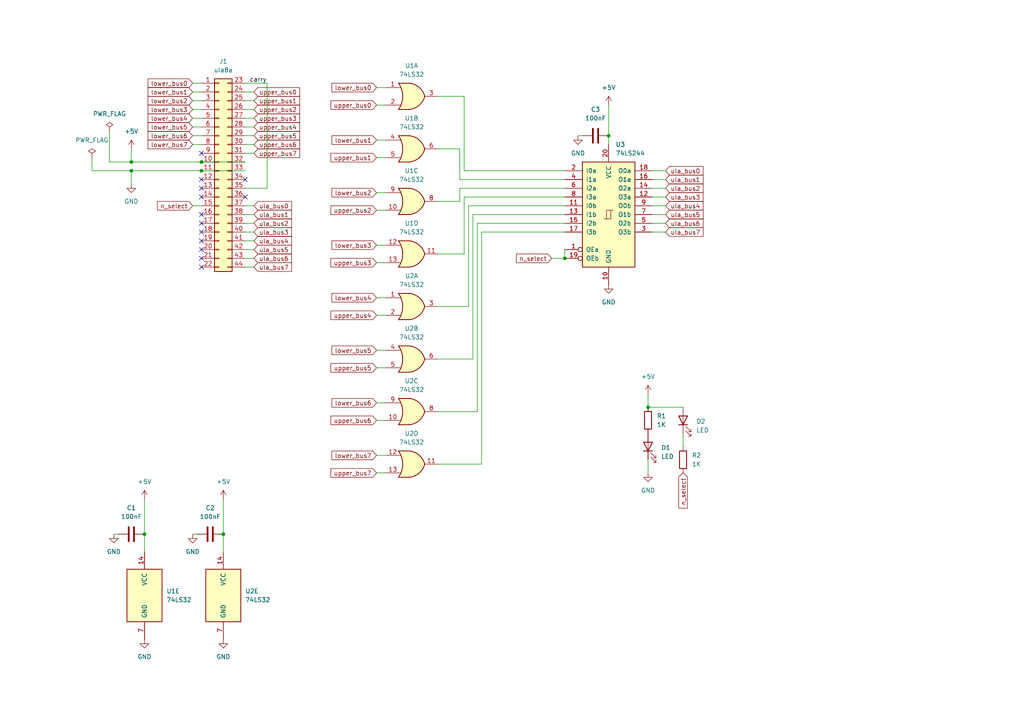
<source format=kicad_sch>
(kicad_sch (version 20211123) (generator eeschema)

  (uuid f224538e-d6c9-4fb4-a88a-79e3a2da5132)

  (paper "A4")

  (lib_symbols
    (symbol "74xx:74LS244" (pin_names (offset 1.016)) (in_bom yes) (on_board yes)
      (property "Reference" "U" (id 0) (at -7.62 16.51 0)
        (effects (font (size 1.27 1.27)))
      )
      (property "Value" "74LS244" (id 1) (at -7.62 -16.51 0)
        (effects (font (size 1.27 1.27)))
      )
      (property "Footprint" "" (id 2) (at 0 0 0)
        (effects (font (size 1.27 1.27)) hide)
      )
      (property "Datasheet" "http://www.ti.com/lit/ds/symlink/sn74ls244.pdf" (id 3) (at 0 0 0)
        (effects (font (size 1.27 1.27)) hide)
      )
      (property "ki_keywords" "7400 logic ttl low power schottky" (id 4) (at 0 0 0)
        (effects (font (size 1.27 1.27)) hide)
      )
      (property "ki_description" "Octal Buffer and Line Driver With 3-State Output, active-low enables, non-inverting outputs" (id 5) (at 0 0 0)
        (effects (font (size 1.27 1.27)) hide)
      )
      (property "ki_fp_filters" "DIP?20*" (id 6) (at 0 0 0)
        (effects (font (size 1.27 1.27)) hide)
      )
      (symbol "74LS244_1_0"
        (polyline
          (pts
            (xy -0.635 -1.27)
            (xy -0.635 1.27)
            (xy 0.635 1.27)
          )
          (stroke (width 0) (type default) (color 0 0 0 0))
          (fill (type none))
        )
        (polyline
          (pts
            (xy -1.27 -1.27)
            (xy 0.635 -1.27)
            (xy 0.635 1.27)
            (xy 1.27 1.27)
          )
          (stroke (width 0) (type default) (color 0 0 0 0))
          (fill (type none))
        )
        (pin input inverted (at -12.7 -10.16 0) (length 5.08)
          (name "OEa" (effects (font (size 1.27 1.27))))
          (number "1" (effects (font (size 1.27 1.27))))
        )
        (pin power_in line (at 0 -20.32 90) (length 5.08)
          (name "GND" (effects (font (size 1.27 1.27))))
          (number "10" (effects (font (size 1.27 1.27))))
        )
        (pin input line (at -12.7 2.54 0) (length 5.08)
          (name "I0b" (effects (font (size 1.27 1.27))))
          (number "11" (effects (font (size 1.27 1.27))))
        )
        (pin tri_state line (at 12.7 5.08 180) (length 5.08)
          (name "O3a" (effects (font (size 1.27 1.27))))
          (number "12" (effects (font (size 1.27 1.27))))
        )
        (pin input line (at -12.7 0 0) (length 5.08)
          (name "I1b" (effects (font (size 1.27 1.27))))
          (number "13" (effects (font (size 1.27 1.27))))
        )
        (pin tri_state line (at 12.7 7.62 180) (length 5.08)
          (name "O2a" (effects (font (size 1.27 1.27))))
          (number "14" (effects (font (size 1.27 1.27))))
        )
        (pin input line (at -12.7 -2.54 0) (length 5.08)
          (name "I2b" (effects (font (size 1.27 1.27))))
          (number "15" (effects (font (size 1.27 1.27))))
        )
        (pin tri_state line (at 12.7 10.16 180) (length 5.08)
          (name "O1a" (effects (font (size 1.27 1.27))))
          (number "16" (effects (font (size 1.27 1.27))))
        )
        (pin input line (at -12.7 -5.08 0) (length 5.08)
          (name "I3b" (effects (font (size 1.27 1.27))))
          (number "17" (effects (font (size 1.27 1.27))))
        )
        (pin tri_state line (at 12.7 12.7 180) (length 5.08)
          (name "O0a" (effects (font (size 1.27 1.27))))
          (number "18" (effects (font (size 1.27 1.27))))
        )
        (pin input inverted (at -12.7 -12.7 0) (length 5.08)
          (name "OEb" (effects (font (size 1.27 1.27))))
          (number "19" (effects (font (size 1.27 1.27))))
        )
        (pin input line (at -12.7 12.7 0) (length 5.08)
          (name "I0a" (effects (font (size 1.27 1.27))))
          (number "2" (effects (font (size 1.27 1.27))))
        )
        (pin power_in line (at 0 20.32 270) (length 5.08)
          (name "VCC" (effects (font (size 1.27 1.27))))
          (number "20" (effects (font (size 1.27 1.27))))
        )
        (pin tri_state line (at 12.7 -5.08 180) (length 5.08)
          (name "O3b" (effects (font (size 1.27 1.27))))
          (number "3" (effects (font (size 1.27 1.27))))
        )
        (pin input line (at -12.7 10.16 0) (length 5.08)
          (name "I1a" (effects (font (size 1.27 1.27))))
          (number "4" (effects (font (size 1.27 1.27))))
        )
        (pin tri_state line (at 12.7 -2.54 180) (length 5.08)
          (name "O2b" (effects (font (size 1.27 1.27))))
          (number "5" (effects (font (size 1.27 1.27))))
        )
        (pin input line (at -12.7 7.62 0) (length 5.08)
          (name "I2a" (effects (font (size 1.27 1.27))))
          (number "6" (effects (font (size 1.27 1.27))))
        )
        (pin tri_state line (at 12.7 0 180) (length 5.08)
          (name "O1b" (effects (font (size 1.27 1.27))))
          (number "7" (effects (font (size 1.27 1.27))))
        )
        (pin input line (at -12.7 5.08 0) (length 5.08)
          (name "I3a" (effects (font (size 1.27 1.27))))
          (number "8" (effects (font (size 1.27 1.27))))
        )
        (pin tri_state line (at 12.7 2.54 180) (length 5.08)
          (name "O0b" (effects (font (size 1.27 1.27))))
          (number "9" (effects (font (size 1.27 1.27))))
        )
      )
      (symbol "74LS244_1_1"
        (rectangle (start -7.62 15.24) (end 7.62 -15.24)
          (stroke (width 0.254) (type default) (color 0 0 0 0))
          (fill (type background))
        )
      )
    )
    (symbol "74xx:74LS32" (pin_names (offset 1.016)) (in_bom yes) (on_board yes)
      (property "Reference" "U" (id 0) (at 0 1.27 0)
        (effects (font (size 1.27 1.27)))
      )
      (property "Value" "74LS32" (id 1) (at 0 -1.27 0)
        (effects (font (size 1.27 1.27)))
      )
      (property "Footprint" "" (id 2) (at 0 0 0)
        (effects (font (size 1.27 1.27)) hide)
      )
      (property "Datasheet" "http://www.ti.com/lit/gpn/sn74LS32" (id 3) (at 0 0 0)
        (effects (font (size 1.27 1.27)) hide)
      )
      (property "ki_locked" "" (id 4) (at 0 0 0)
        (effects (font (size 1.27 1.27)))
      )
      (property "ki_keywords" "TTL Or2" (id 5) (at 0 0 0)
        (effects (font (size 1.27 1.27)) hide)
      )
      (property "ki_description" "Quad 2-input OR" (id 6) (at 0 0 0)
        (effects (font (size 1.27 1.27)) hide)
      )
      (property "ki_fp_filters" "DIP?14*" (id 7) (at 0 0 0)
        (effects (font (size 1.27 1.27)) hide)
      )
      (symbol "74LS32_1_1"
        (arc (start -3.81 -3.81) (mid -2.589 0) (end -3.81 3.81)
          (stroke (width 0.254) (type default) (color 0 0 0 0))
          (fill (type none))
        )
        (arc (start -0.6096 -3.81) (mid 2.1842 -2.5851) (end 3.81 0)
          (stroke (width 0.254) (type default) (color 0 0 0 0))
          (fill (type background))
        )
        (polyline
          (pts
            (xy -3.81 -3.81)
            (xy -0.635 -3.81)
          )
          (stroke (width 0.254) (type default) (color 0 0 0 0))
          (fill (type background))
        )
        (polyline
          (pts
            (xy -3.81 3.81)
            (xy -0.635 3.81)
          )
          (stroke (width 0.254) (type default) (color 0 0 0 0))
          (fill (type background))
        )
        (polyline
          (pts
            (xy -0.635 3.81)
            (xy -3.81 3.81)
            (xy -3.81 3.81)
            (xy -3.556 3.4036)
            (xy -3.0226 2.2606)
            (xy -2.6924 1.0414)
            (xy -2.6162 -0.254)
            (xy -2.7686 -1.4986)
            (xy -3.175 -2.7178)
            (xy -3.81 -3.81)
            (xy -3.81 -3.81)
            (xy -0.635 -3.81)
          )
          (stroke (width -25.4) (type default) (color 0 0 0 0))
          (fill (type background))
        )
        (arc (start 3.81 0) (mid 2.1915 2.5936) (end -0.6096 3.81)
          (stroke (width 0.254) (type default) (color 0 0 0 0))
          (fill (type background))
        )
        (pin input line (at -7.62 2.54 0) (length 4.318)
          (name "~" (effects (font (size 1.27 1.27))))
          (number "1" (effects (font (size 1.27 1.27))))
        )
        (pin input line (at -7.62 -2.54 0) (length 4.318)
          (name "~" (effects (font (size 1.27 1.27))))
          (number "2" (effects (font (size 1.27 1.27))))
        )
        (pin output line (at 7.62 0 180) (length 3.81)
          (name "~" (effects (font (size 1.27 1.27))))
          (number "3" (effects (font (size 1.27 1.27))))
        )
      )
      (symbol "74LS32_1_2"
        (arc (start 0 -3.81) (mid 3.81 0) (end 0 3.81)
          (stroke (width 0.254) (type default) (color 0 0 0 0))
          (fill (type background))
        )
        (polyline
          (pts
            (xy 0 3.81)
            (xy -3.81 3.81)
            (xy -3.81 -3.81)
            (xy 0 -3.81)
          )
          (stroke (width 0.254) (type default) (color 0 0 0 0))
          (fill (type background))
        )
        (pin input inverted (at -7.62 2.54 0) (length 3.81)
          (name "~" (effects (font (size 1.27 1.27))))
          (number "1" (effects (font (size 1.27 1.27))))
        )
        (pin input inverted (at -7.62 -2.54 0) (length 3.81)
          (name "~" (effects (font (size 1.27 1.27))))
          (number "2" (effects (font (size 1.27 1.27))))
        )
        (pin output inverted (at 7.62 0 180) (length 3.81)
          (name "~" (effects (font (size 1.27 1.27))))
          (number "3" (effects (font (size 1.27 1.27))))
        )
      )
      (symbol "74LS32_2_1"
        (arc (start -3.81 -3.81) (mid -2.589 0) (end -3.81 3.81)
          (stroke (width 0.254) (type default) (color 0 0 0 0))
          (fill (type none))
        )
        (arc (start -0.6096 -3.81) (mid 2.1842 -2.5851) (end 3.81 0)
          (stroke (width 0.254) (type default) (color 0 0 0 0))
          (fill (type background))
        )
        (polyline
          (pts
            (xy -3.81 -3.81)
            (xy -0.635 -3.81)
          )
          (stroke (width 0.254) (type default) (color 0 0 0 0))
          (fill (type background))
        )
        (polyline
          (pts
            (xy -3.81 3.81)
            (xy -0.635 3.81)
          )
          (stroke (width 0.254) (type default) (color 0 0 0 0))
          (fill (type background))
        )
        (polyline
          (pts
            (xy -0.635 3.81)
            (xy -3.81 3.81)
            (xy -3.81 3.81)
            (xy -3.556 3.4036)
            (xy -3.0226 2.2606)
            (xy -2.6924 1.0414)
            (xy -2.6162 -0.254)
            (xy -2.7686 -1.4986)
            (xy -3.175 -2.7178)
            (xy -3.81 -3.81)
            (xy -3.81 -3.81)
            (xy -0.635 -3.81)
          )
          (stroke (width -25.4) (type default) (color 0 0 0 0))
          (fill (type background))
        )
        (arc (start 3.81 0) (mid 2.1915 2.5936) (end -0.6096 3.81)
          (stroke (width 0.254) (type default) (color 0 0 0 0))
          (fill (type background))
        )
        (pin input line (at -7.62 2.54 0) (length 4.318)
          (name "~" (effects (font (size 1.27 1.27))))
          (number "4" (effects (font (size 1.27 1.27))))
        )
        (pin input line (at -7.62 -2.54 0) (length 4.318)
          (name "~" (effects (font (size 1.27 1.27))))
          (number "5" (effects (font (size 1.27 1.27))))
        )
        (pin output line (at 7.62 0 180) (length 3.81)
          (name "~" (effects (font (size 1.27 1.27))))
          (number "6" (effects (font (size 1.27 1.27))))
        )
      )
      (symbol "74LS32_2_2"
        (arc (start 0 -3.81) (mid 3.81 0) (end 0 3.81)
          (stroke (width 0.254) (type default) (color 0 0 0 0))
          (fill (type background))
        )
        (polyline
          (pts
            (xy 0 3.81)
            (xy -3.81 3.81)
            (xy -3.81 -3.81)
            (xy 0 -3.81)
          )
          (stroke (width 0.254) (type default) (color 0 0 0 0))
          (fill (type background))
        )
        (pin input inverted (at -7.62 2.54 0) (length 3.81)
          (name "~" (effects (font (size 1.27 1.27))))
          (number "4" (effects (font (size 1.27 1.27))))
        )
        (pin input inverted (at -7.62 -2.54 0) (length 3.81)
          (name "~" (effects (font (size 1.27 1.27))))
          (number "5" (effects (font (size 1.27 1.27))))
        )
        (pin output inverted (at 7.62 0 180) (length 3.81)
          (name "~" (effects (font (size 1.27 1.27))))
          (number "6" (effects (font (size 1.27 1.27))))
        )
      )
      (symbol "74LS32_3_1"
        (arc (start -3.81 -3.81) (mid -2.589 0) (end -3.81 3.81)
          (stroke (width 0.254) (type default) (color 0 0 0 0))
          (fill (type none))
        )
        (arc (start -0.6096 -3.81) (mid 2.1842 -2.5851) (end 3.81 0)
          (stroke (width 0.254) (type default) (color 0 0 0 0))
          (fill (type background))
        )
        (polyline
          (pts
            (xy -3.81 -3.81)
            (xy -0.635 -3.81)
          )
          (stroke (width 0.254) (type default) (color 0 0 0 0))
          (fill (type background))
        )
        (polyline
          (pts
            (xy -3.81 3.81)
            (xy -0.635 3.81)
          )
          (stroke (width 0.254) (type default) (color 0 0 0 0))
          (fill (type background))
        )
        (polyline
          (pts
            (xy -0.635 3.81)
            (xy -3.81 3.81)
            (xy -3.81 3.81)
            (xy -3.556 3.4036)
            (xy -3.0226 2.2606)
            (xy -2.6924 1.0414)
            (xy -2.6162 -0.254)
            (xy -2.7686 -1.4986)
            (xy -3.175 -2.7178)
            (xy -3.81 -3.81)
            (xy -3.81 -3.81)
            (xy -0.635 -3.81)
          )
          (stroke (width -25.4) (type default) (color 0 0 0 0))
          (fill (type background))
        )
        (arc (start 3.81 0) (mid 2.1915 2.5936) (end -0.6096 3.81)
          (stroke (width 0.254) (type default) (color 0 0 0 0))
          (fill (type background))
        )
        (pin input line (at -7.62 -2.54 0) (length 4.318)
          (name "~" (effects (font (size 1.27 1.27))))
          (number "10" (effects (font (size 1.27 1.27))))
        )
        (pin output line (at 7.62 0 180) (length 3.81)
          (name "~" (effects (font (size 1.27 1.27))))
          (number "8" (effects (font (size 1.27 1.27))))
        )
        (pin input line (at -7.62 2.54 0) (length 4.318)
          (name "~" (effects (font (size 1.27 1.27))))
          (number "9" (effects (font (size 1.27 1.27))))
        )
      )
      (symbol "74LS32_3_2"
        (arc (start 0 -3.81) (mid 3.81 0) (end 0 3.81)
          (stroke (width 0.254) (type default) (color 0 0 0 0))
          (fill (type background))
        )
        (polyline
          (pts
            (xy 0 3.81)
            (xy -3.81 3.81)
            (xy -3.81 -3.81)
            (xy 0 -3.81)
          )
          (stroke (width 0.254) (type default) (color 0 0 0 0))
          (fill (type background))
        )
        (pin input inverted (at -7.62 -2.54 0) (length 3.81)
          (name "~" (effects (font (size 1.27 1.27))))
          (number "10" (effects (font (size 1.27 1.27))))
        )
        (pin output inverted (at 7.62 0 180) (length 3.81)
          (name "~" (effects (font (size 1.27 1.27))))
          (number "8" (effects (font (size 1.27 1.27))))
        )
        (pin input inverted (at -7.62 2.54 0) (length 3.81)
          (name "~" (effects (font (size 1.27 1.27))))
          (number "9" (effects (font (size 1.27 1.27))))
        )
      )
      (symbol "74LS32_4_1"
        (arc (start -3.81 -3.81) (mid -2.589 0) (end -3.81 3.81)
          (stroke (width 0.254) (type default) (color 0 0 0 0))
          (fill (type none))
        )
        (arc (start -0.6096 -3.81) (mid 2.1842 -2.5851) (end 3.81 0)
          (stroke (width 0.254) (type default) (color 0 0 0 0))
          (fill (type background))
        )
        (polyline
          (pts
            (xy -3.81 -3.81)
            (xy -0.635 -3.81)
          )
          (stroke (width 0.254) (type default) (color 0 0 0 0))
          (fill (type background))
        )
        (polyline
          (pts
            (xy -3.81 3.81)
            (xy -0.635 3.81)
          )
          (stroke (width 0.254) (type default) (color 0 0 0 0))
          (fill (type background))
        )
        (polyline
          (pts
            (xy -0.635 3.81)
            (xy -3.81 3.81)
            (xy -3.81 3.81)
            (xy -3.556 3.4036)
            (xy -3.0226 2.2606)
            (xy -2.6924 1.0414)
            (xy -2.6162 -0.254)
            (xy -2.7686 -1.4986)
            (xy -3.175 -2.7178)
            (xy -3.81 -3.81)
            (xy -3.81 -3.81)
            (xy -0.635 -3.81)
          )
          (stroke (width -25.4) (type default) (color 0 0 0 0))
          (fill (type background))
        )
        (arc (start 3.81 0) (mid 2.1915 2.5936) (end -0.6096 3.81)
          (stroke (width 0.254) (type default) (color 0 0 0 0))
          (fill (type background))
        )
        (pin output line (at 7.62 0 180) (length 3.81)
          (name "~" (effects (font (size 1.27 1.27))))
          (number "11" (effects (font (size 1.27 1.27))))
        )
        (pin input line (at -7.62 2.54 0) (length 4.318)
          (name "~" (effects (font (size 1.27 1.27))))
          (number "12" (effects (font (size 1.27 1.27))))
        )
        (pin input line (at -7.62 -2.54 0) (length 4.318)
          (name "~" (effects (font (size 1.27 1.27))))
          (number "13" (effects (font (size 1.27 1.27))))
        )
      )
      (symbol "74LS32_4_2"
        (arc (start 0 -3.81) (mid 3.81 0) (end 0 3.81)
          (stroke (width 0.254) (type default) (color 0 0 0 0))
          (fill (type background))
        )
        (polyline
          (pts
            (xy 0 3.81)
            (xy -3.81 3.81)
            (xy -3.81 -3.81)
            (xy 0 -3.81)
          )
          (stroke (width 0.254) (type default) (color 0 0 0 0))
          (fill (type background))
        )
        (pin output inverted (at 7.62 0 180) (length 3.81)
          (name "~" (effects (font (size 1.27 1.27))))
          (number "11" (effects (font (size 1.27 1.27))))
        )
        (pin input inverted (at -7.62 2.54 0) (length 3.81)
          (name "~" (effects (font (size 1.27 1.27))))
          (number "12" (effects (font (size 1.27 1.27))))
        )
        (pin input inverted (at -7.62 -2.54 0) (length 3.81)
          (name "~" (effects (font (size 1.27 1.27))))
          (number "13" (effects (font (size 1.27 1.27))))
        )
      )
      (symbol "74LS32_5_0"
        (pin power_in line (at 0 12.7 270) (length 5.08)
          (name "VCC" (effects (font (size 1.27 1.27))))
          (number "14" (effects (font (size 1.27 1.27))))
        )
        (pin power_in line (at 0 -12.7 90) (length 5.08)
          (name "GND" (effects (font (size 1.27 1.27))))
          (number "7" (effects (font (size 1.27 1.27))))
        )
      )
      (symbol "74LS32_5_1"
        (rectangle (start -5.08 7.62) (end 5.08 -7.62)
          (stroke (width 0.254) (type default) (color 0 0 0 0))
          (fill (type background))
        )
      )
    )
    (symbol "Connector_Generic:Conn_02x22_Top_Bottom" (pin_names (offset 1.016) hide) (in_bom yes) (on_board yes)
      (property "Reference" "J" (id 0) (at 1.27 27.94 0)
        (effects (font (size 1.27 1.27)))
      )
      (property "Value" "Conn_02x22_Top_Bottom" (id 1) (at 1.27 -30.48 0)
        (effects (font (size 1.27 1.27)))
      )
      (property "Footprint" "" (id 2) (at 0 0 0)
        (effects (font (size 1.27 1.27)) hide)
      )
      (property "Datasheet" "~" (id 3) (at 0 0 0)
        (effects (font (size 1.27 1.27)) hide)
      )
      (property "ki_keywords" "connector" (id 4) (at 0 0 0)
        (effects (font (size 1.27 1.27)) hide)
      )
      (property "ki_description" "Generic connector, double row, 02x22, top/bottom pin numbering scheme (row 1: 1...pins_per_row, row2: pins_per_row+1 ... num_pins), script generated (kicad-library-utils/schlib/autogen/connector/)" (id 5) (at 0 0 0)
        (effects (font (size 1.27 1.27)) hide)
      )
      (property "ki_fp_filters" "Connector*:*_2x??_*" (id 6) (at 0 0 0)
        (effects (font (size 1.27 1.27)) hide)
      )
      (symbol "Conn_02x22_Top_Bottom_1_1"
        (rectangle (start -1.27 -27.813) (end 0 -28.067)
          (stroke (width 0.1524) (type default) (color 0 0 0 0))
          (fill (type none))
        )
        (rectangle (start -1.27 -25.273) (end 0 -25.527)
          (stroke (width 0.1524) (type default) (color 0 0 0 0))
          (fill (type none))
        )
        (rectangle (start -1.27 -22.733) (end 0 -22.987)
          (stroke (width 0.1524) (type default) (color 0 0 0 0))
          (fill (type none))
        )
        (rectangle (start -1.27 -20.193) (end 0 -20.447)
          (stroke (width 0.1524) (type default) (color 0 0 0 0))
          (fill (type none))
        )
        (rectangle (start -1.27 -17.653) (end 0 -17.907)
          (stroke (width 0.1524) (type default) (color 0 0 0 0))
          (fill (type none))
        )
        (rectangle (start -1.27 -15.113) (end 0 -15.367)
          (stroke (width 0.1524) (type default) (color 0 0 0 0))
          (fill (type none))
        )
        (rectangle (start -1.27 -12.573) (end 0 -12.827)
          (stroke (width 0.1524) (type default) (color 0 0 0 0))
          (fill (type none))
        )
        (rectangle (start -1.27 -10.033) (end 0 -10.287)
          (stroke (width 0.1524) (type default) (color 0 0 0 0))
          (fill (type none))
        )
        (rectangle (start -1.27 -7.493) (end 0 -7.747)
          (stroke (width 0.1524) (type default) (color 0 0 0 0))
          (fill (type none))
        )
        (rectangle (start -1.27 -4.953) (end 0 -5.207)
          (stroke (width 0.1524) (type default) (color 0 0 0 0))
          (fill (type none))
        )
        (rectangle (start -1.27 -2.413) (end 0 -2.667)
          (stroke (width 0.1524) (type default) (color 0 0 0 0))
          (fill (type none))
        )
        (rectangle (start -1.27 0.127) (end 0 -0.127)
          (stroke (width 0.1524) (type default) (color 0 0 0 0))
          (fill (type none))
        )
        (rectangle (start -1.27 2.667) (end 0 2.413)
          (stroke (width 0.1524) (type default) (color 0 0 0 0))
          (fill (type none))
        )
        (rectangle (start -1.27 5.207) (end 0 4.953)
          (stroke (width 0.1524) (type default) (color 0 0 0 0))
          (fill (type none))
        )
        (rectangle (start -1.27 7.747) (end 0 7.493)
          (stroke (width 0.1524) (type default) (color 0 0 0 0))
          (fill (type none))
        )
        (rectangle (start -1.27 10.287) (end 0 10.033)
          (stroke (width 0.1524) (type default) (color 0 0 0 0))
          (fill (type none))
        )
        (rectangle (start -1.27 12.827) (end 0 12.573)
          (stroke (width 0.1524) (type default) (color 0 0 0 0))
          (fill (type none))
        )
        (rectangle (start -1.27 15.367) (end 0 15.113)
          (stroke (width 0.1524) (type default) (color 0 0 0 0))
          (fill (type none))
        )
        (rectangle (start -1.27 17.907) (end 0 17.653)
          (stroke (width 0.1524) (type default) (color 0 0 0 0))
          (fill (type none))
        )
        (rectangle (start -1.27 20.447) (end 0 20.193)
          (stroke (width 0.1524) (type default) (color 0 0 0 0))
          (fill (type none))
        )
        (rectangle (start -1.27 22.987) (end 0 22.733)
          (stroke (width 0.1524) (type default) (color 0 0 0 0))
          (fill (type none))
        )
        (rectangle (start -1.27 25.527) (end 0 25.273)
          (stroke (width 0.1524) (type default) (color 0 0 0 0))
          (fill (type none))
        )
        (rectangle (start -1.27 26.67) (end 3.81 -29.21)
          (stroke (width 0.254) (type default) (color 0 0 0 0))
          (fill (type background))
        )
        (rectangle (start 3.81 -27.813) (end 2.54 -28.067)
          (stroke (width 0.1524) (type default) (color 0 0 0 0))
          (fill (type none))
        )
        (rectangle (start 3.81 -25.273) (end 2.54 -25.527)
          (stroke (width 0.1524) (type default) (color 0 0 0 0))
          (fill (type none))
        )
        (rectangle (start 3.81 -22.733) (end 2.54 -22.987)
          (stroke (width 0.1524) (type default) (color 0 0 0 0))
          (fill (type none))
        )
        (rectangle (start 3.81 -20.193) (end 2.54 -20.447)
          (stroke (width 0.1524) (type default) (color 0 0 0 0))
          (fill (type none))
        )
        (rectangle (start 3.81 -17.653) (end 2.54 -17.907)
          (stroke (width 0.1524) (type default) (color 0 0 0 0))
          (fill (type none))
        )
        (rectangle (start 3.81 -15.113) (end 2.54 -15.367)
          (stroke (width 0.1524) (type default) (color 0 0 0 0))
          (fill (type none))
        )
        (rectangle (start 3.81 -12.573) (end 2.54 -12.827)
          (stroke (width 0.1524) (type default) (color 0 0 0 0))
          (fill (type none))
        )
        (rectangle (start 3.81 -10.033) (end 2.54 -10.287)
          (stroke (width 0.1524) (type default) (color 0 0 0 0))
          (fill (type none))
        )
        (rectangle (start 3.81 -7.493) (end 2.54 -7.747)
          (stroke (width 0.1524) (type default) (color 0 0 0 0))
          (fill (type none))
        )
        (rectangle (start 3.81 -4.953) (end 2.54 -5.207)
          (stroke (width 0.1524) (type default) (color 0 0 0 0))
          (fill (type none))
        )
        (rectangle (start 3.81 -2.413) (end 2.54 -2.667)
          (stroke (width 0.1524) (type default) (color 0 0 0 0))
          (fill (type none))
        )
        (rectangle (start 3.81 0.127) (end 2.54 -0.127)
          (stroke (width 0.1524) (type default) (color 0 0 0 0))
          (fill (type none))
        )
        (rectangle (start 3.81 2.667) (end 2.54 2.413)
          (stroke (width 0.1524) (type default) (color 0 0 0 0))
          (fill (type none))
        )
        (rectangle (start 3.81 5.207) (end 2.54 4.953)
          (stroke (width 0.1524) (type default) (color 0 0 0 0))
          (fill (type none))
        )
        (rectangle (start 3.81 7.747) (end 2.54 7.493)
          (stroke (width 0.1524) (type default) (color 0 0 0 0))
          (fill (type none))
        )
        (rectangle (start 3.81 10.287) (end 2.54 10.033)
          (stroke (width 0.1524) (type default) (color 0 0 0 0))
          (fill (type none))
        )
        (rectangle (start 3.81 12.827) (end 2.54 12.573)
          (stroke (width 0.1524) (type default) (color 0 0 0 0))
          (fill (type none))
        )
        (rectangle (start 3.81 15.367) (end 2.54 15.113)
          (stroke (width 0.1524) (type default) (color 0 0 0 0))
          (fill (type none))
        )
        (rectangle (start 3.81 17.907) (end 2.54 17.653)
          (stroke (width 0.1524) (type default) (color 0 0 0 0))
          (fill (type none))
        )
        (rectangle (start 3.81 20.447) (end 2.54 20.193)
          (stroke (width 0.1524) (type default) (color 0 0 0 0))
          (fill (type none))
        )
        (rectangle (start 3.81 22.987) (end 2.54 22.733)
          (stroke (width 0.1524) (type default) (color 0 0 0 0))
          (fill (type none))
        )
        (rectangle (start 3.81 25.527) (end 2.54 25.273)
          (stroke (width 0.1524) (type default) (color 0 0 0 0))
          (fill (type none))
        )
        (pin passive line (at -5.08 25.4 0) (length 3.81)
          (name "Pin_1" (effects (font (size 1.27 1.27))))
          (number "1" (effects (font (size 1.27 1.27))))
        )
        (pin passive line (at -5.08 2.54 0) (length 3.81)
          (name "Pin_10" (effects (font (size 1.27 1.27))))
          (number "10" (effects (font (size 1.27 1.27))))
        )
        (pin passive line (at -5.08 0 0) (length 3.81)
          (name "Pin_11" (effects (font (size 1.27 1.27))))
          (number "11" (effects (font (size 1.27 1.27))))
        )
        (pin passive line (at -5.08 -2.54 0) (length 3.81)
          (name "Pin_12" (effects (font (size 1.27 1.27))))
          (number "12" (effects (font (size 1.27 1.27))))
        )
        (pin passive line (at -5.08 -5.08 0) (length 3.81)
          (name "Pin_13" (effects (font (size 1.27 1.27))))
          (number "13" (effects (font (size 1.27 1.27))))
        )
        (pin passive line (at -5.08 -7.62 0) (length 3.81)
          (name "Pin_14" (effects (font (size 1.27 1.27))))
          (number "14" (effects (font (size 1.27 1.27))))
        )
        (pin passive line (at -5.08 -10.16 0) (length 3.81)
          (name "Pin_15" (effects (font (size 1.27 1.27))))
          (number "15" (effects (font (size 1.27 1.27))))
        )
        (pin passive line (at -5.08 -12.7 0) (length 3.81)
          (name "Pin_16" (effects (font (size 1.27 1.27))))
          (number "16" (effects (font (size 1.27 1.27))))
        )
        (pin passive line (at -5.08 -15.24 0) (length 3.81)
          (name "Pin_17" (effects (font (size 1.27 1.27))))
          (number "17" (effects (font (size 1.27 1.27))))
        )
        (pin passive line (at -5.08 -17.78 0) (length 3.81)
          (name "Pin_18" (effects (font (size 1.27 1.27))))
          (number "18" (effects (font (size 1.27 1.27))))
        )
        (pin passive line (at -5.08 -20.32 0) (length 3.81)
          (name "Pin_19" (effects (font (size 1.27 1.27))))
          (number "19" (effects (font (size 1.27 1.27))))
        )
        (pin passive line (at -5.08 22.86 0) (length 3.81)
          (name "Pin_2" (effects (font (size 1.27 1.27))))
          (number "2" (effects (font (size 1.27 1.27))))
        )
        (pin passive line (at -5.08 -22.86 0) (length 3.81)
          (name "Pin_20" (effects (font (size 1.27 1.27))))
          (number "20" (effects (font (size 1.27 1.27))))
        )
        (pin passive line (at -5.08 -25.4 0) (length 3.81)
          (name "Pin_21" (effects (font (size 1.27 1.27))))
          (number "21" (effects (font (size 1.27 1.27))))
        )
        (pin passive line (at -5.08 -27.94 0) (length 3.81)
          (name "Pin_22" (effects (font (size 1.27 1.27))))
          (number "22" (effects (font (size 1.27 1.27))))
        )
        (pin passive line (at 7.62 25.4 180) (length 3.81)
          (name "Pin_23" (effects (font (size 1.27 1.27))))
          (number "23" (effects (font (size 1.27 1.27))))
        )
        (pin passive line (at 7.62 22.86 180) (length 3.81)
          (name "Pin_24" (effects (font (size 1.27 1.27))))
          (number "24" (effects (font (size 1.27 1.27))))
        )
        (pin passive line (at 7.62 20.32 180) (length 3.81)
          (name "Pin_25" (effects (font (size 1.27 1.27))))
          (number "25" (effects (font (size 1.27 1.27))))
        )
        (pin passive line (at 7.62 17.78 180) (length 3.81)
          (name "Pin_26" (effects (font (size 1.27 1.27))))
          (number "26" (effects (font (size 1.27 1.27))))
        )
        (pin passive line (at 7.62 15.24 180) (length 3.81)
          (name "Pin_27" (effects (font (size 1.27 1.27))))
          (number "27" (effects (font (size 1.27 1.27))))
        )
        (pin passive line (at 7.62 12.7 180) (length 3.81)
          (name "Pin_28" (effects (font (size 1.27 1.27))))
          (number "28" (effects (font (size 1.27 1.27))))
        )
        (pin passive line (at 7.62 10.16 180) (length 3.81)
          (name "Pin_29" (effects (font (size 1.27 1.27))))
          (number "29" (effects (font (size 1.27 1.27))))
        )
        (pin passive line (at -5.08 20.32 0) (length 3.81)
          (name "Pin_3" (effects (font (size 1.27 1.27))))
          (number "3" (effects (font (size 1.27 1.27))))
        )
        (pin passive line (at 7.62 7.62 180) (length 3.81)
          (name "Pin_30" (effects (font (size 1.27 1.27))))
          (number "30" (effects (font (size 1.27 1.27))))
        )
        (pin passive line (at 7.62 5.08 180) (length 3.81)
          (name "Pin_31" (effects (font (size 1.27 1.27))))
          (number "31" (effects (font (size 1.27 1.27))))
        )
        (pin passive line (at 7.62 2.54 180) (length 3.81)
          (name "Pin_32" (effects (font (size 1.27 1.27))))
          (number "32" (effects (font (size 1.27 1.27))))
        )
        (pin passive line (at 7.62 0 180) (length 3.81)
          (name "Pin_33" (effects (font (size 1.27 1.27))))
          (number "33" (effects (font (size 1.27 1.27))))
        )
        (pin passive line (at 7.62 -2.54 180) (length 3.81)
          (name "Pin_34" (effects (font (size 1.27 1.27))))
          (number "34" (effects (font (size 1.27 1.27))))
        )
        (pin passive line (at 7.62 -5.08 180) (length 3.81)
          (name "Pin_35" (effects (font (size 1.27 1.27))))
          (number "35" (effects (font (size 1.27 1.27))))
        )
        (pin passive line (at 7.62 -7.62 180) (length 3.81)
          (name "Pin_36" (effects (font (size 1.27 1.27))))
          (number "36" (effects (font (size 1.27 1.27))))
        )
        (pin passive line (at 7.62 -10.16 180) (length 3.81)
          (name "Pin_37" (effects (font (size 1.27 1.27))))
          (number "37" (effects (font (size 1.27 1.27))))
        )
        (pin passive line (at 7.62 -12.7 180) (length 3.81)
          (name "Pin_38" (effects (font (size 1.27 1.27))))
          (number "38" (effects (font (size 1.27 1.27))))
        )
        (pin passive line (at 7.62 -15.24 180) (length 3.81)
          (name "Pin_39" (effects (font (size 1.27 1.27))))
          (number "39" (effects (font (size 1.27 1.27))))
        )
        (pin passive line (at -5.08 17.78 0) (length 3.81)
          (name "Pin_4" (effects (font (size 1.27 1.27))))
          (number "4" (effects (font (size 1.27 1.27))))
        )
        (pin passive line (at 7.62 -17.78 180) (length 3.81)
          (name "Pin_40" (effects (font (size 1.27 1.27))))
          (number "40" (effects (font (size 1.27 1.27))))
        )
        (pin passive line (at 7.62 -20.32 180) (length 3.81)
          (name "Pin_41" (effects (font (size 1.27 1.27))))
          (number "41" (effects (font (size 1.27 1.27))))
        )
        (pin passive line (at 7.62 -22.86 180) (length 3.81)
          (name "Pin_42" (effects (font (size 1.27 1.27))))
          (number "42" (effects (font (size 1.27 1.27))))
        )
        (pin passive line (at 7.62 -25.4 180) (length 3.81)
          (name "Pin_43" (effects (font (size 1.27 1.27))))
          (number "43" (effects (font (size 1.27 1.27))))
        )
        (pin passive line (at 7.62 -27.94 180) (length 3.81)
          (name "Pin_44" (effects (font (size 1.27 1.27))))
          (number "44" (effects (font (size 1.27 1.27))))
        )
        (pin passive line (at -5.08 15.24 0) (length 3.81)
          (name "Pin_5" (effects (font (size 1.27 1.27))))
          (number "5" (effects (font (size 1.27 1.27))))
        )
        (pin passive line (at -5.08 12.7 0) (length 3.81)
          (name "Pin_6" (effects (font (size 1.27 1.27))))
          (number "6" (effects (font (size 1.27 1.27))))
        )
        (pin passive line (at -5.08 10.16 0) (length 3.81)
          (name "Pin_7" (effects (font (size 1.27 1.27))))
          (number "7" (effects (font (size 1.27 1.27))))
        )
        (pin passive line (at -5.08 7.62 0) (length 3.81)
          (name "Pin_8" (effects (font (size 1.27 1.27))))
          (number "8" (effects (font (size 1.27 1.27))))
        )
        (pin passive line (at -5.08 5.08 0) (length 3.81)
          (name "Pin_9" (effects (font (size 1.27 1.27))))
          (number "9" (effects (font (size 1.27 1.27))))
        )
      )
    )
    (symbol "Device:C" (pin_numbers hide) (pin_names (offset 0.254)) (in_bom yes) (on_board yes)
      (property "Reference" "C" (id 0) (at 0.635 2.54 0)
        (effects (font (size 1.27 1.27)) (justify left))
      )
      (property "Value" "C" (id 1) (at 0.635 -2.54 0)
        (effects (font (size 1.27 1.27)) (justify left))
      )
      (property "Footprint" "" (id 2) (at 0.9652 -3.81 0)
        (effects (font (size 1.27 1.27)) hide)
      )
      (property "Datasheet" "~" (id 3) (at 0 0 0)
        (effects (font (size 1.27 1.27)) hide)
      )
      (property "ki_keywords" "cap capacitor" (id 4) (at 0 0 0)
        (effects (font (size 1.27 1.27)) hide)
      )
      (property "ki_description" "Unpolarized capacitor" (id 5) (at 0 0 0)
        (effects (font (size 1.27 1.27)) hide)
      )
      (property "ki_fp_filters" "C_*" (id 6) (at 0 0 0)
        (effects (font (size 1.27 1.27)) hide)
      )
      (symbol "C_0_1"
        (polyline
          (pts
            (xy -2.032 -0.762)
            (xy 2.032 -0.762)
          )
          (stroke (width 0.508) (type default) (color 0 0 0 0))
          (fill (type none))
        )
        (polyline
          (pts
            (xy -2.032 0.762)
            (xy 2.032 0.762)
          )
          (stroke (width 0.508) (type default) (color 0 0 0 0))
          (fill (type none))
        )
      )
      (symbol "C_1_1"
        (pin passive line (at 0 3.81 270) (length 2.794)
          (name "~" (effects (font (size 1.27 1.27))))
          (number "1" (effects (font (size 1.27 1.27))))
        )
        (pin passive line (at 0 -3.81 90) (length 2.794)
          (name "~" (effects (font (size 1.27 1.27))))
          (number "2" (effects (font (size 1.27 1.27))))
        )
      )
    )
    (symbol "Device:LED" (pin_numbers hide) (pin_names (offset 1.016) hide) (in_bom yes) (on_board yes)
      (property "Reference" "D" (id 0) (at 0 2.54 0)
        (effects (font (size 1.27 1.27)))
      )
      (property "Value" "LED" (id 1) (at 0 -2.54 0)
        (effects (font (size 1.27 1.27)))
      )
      (property "Footprint" "" (id 2) (at 0 0 0)
        (effects (font (size 1.27 1.27)) hide)
      )
      (property "Datasheet" "~" (id 3) (at 0 0 0)
        (effects (font (size 1.27 1.27)) hide)
      )
      (property "ki_keywords" "LED diode" (id 4) (at 0 0 0)
        (effects (font (size 1.27 1.27)) hide)
      )
      (property "ki_description" "Light emitting diode" (id 5) (at 0 0 0)
        (effects (font (size 1.27 1.27)) hide)
      )
      (property "ki_fp_filters" "LED* LED_SMD:* LED_THT:*" (id 6) (at 0 0 0)
        (effects (font (size 1.27 1.27)) hide)
      )
      (symbol "LED_0_1"
        (polyline
          (pts
            (xy -1.27 -1.27)
            (xy -1.27 1.27)
          )
          (stroke (width 0.254) (type default) (color 0 0 0 0))
          (fill (type none))
        )
        (polyline
          (pts
            (xy -1.27 0)
            (xy 1.27 0)
          )
          (stroke (width 0) (type default) (color 0 0 0 0))
          (fill (type none))
        )
        (polyline
          (pts
            (xy 1.27 -1.27)
            (xy 1.27 1.27)
            (xy -1.27 0)
            (xy 1.27 -1.27)
          )
          (stroke (width 0.254) (type default) (color 0 0 0 0))
          (fill (type none))
        )
        (polyline
          (pts
            (xy -3.048 -0.762)
            (xy -4.572 -2.286)
            (xy -3.81 -2.286)
            (xy -4.572 -2.286)
            (xy -4.572 -1.524)
          )
          (stroke (width 0) (type default) (color 0 0 0 0))
          (fill (type none))
        )
        (polyline
          (pts
            (xy -1.778 -0.762)
            (xy -3.302 -2.286)
            (xy -2.54 -2.286)
            (xy -3.302 -2.286)
            (xy -3.302 -1.524)
          )
          (stroke (width 0) (type default) (color 0 0 0 0))
          (fill (type none))
        )
      )
      (symbol "LED_1_1"
        (pin passive line (at -3.81 0 0) (length 2.54)
          (name "K" (effects (font (size 1.27 1.27))))
          (number "1" (effects (font (size 1.27 1.27))))
        )
        (pin passive line (at 3.81 0 180) (length 2.54)
          (name "A" (effects (font (size 1.27 1.27))))
          (number "2" (effects (font (size 1.27 1.27))))
        )
      )
    )
    (symbol "Device:R" (pin_numbers hide) (pin_names (offset 0)) (in_bom yes) (on_board yes)
      (property "Reference" "R" (id 0) (at 2.032 0 90)
        (effects (font (size 1.27 1.27)))
      )
      (property "Value" "R" (id 1) (at 0 0 90)
        (effects (font (size 1.27 1.27)))
      )
      (property "Footprint" "" (id 2) (at -1.778 0 90)
        (effects (font (size 1.27 1.27)) hide)
      )
      (property "Datasheet" "~" (id 3) (at 0 0 0)
        (effects (font (size 1.27 1.27)) hide)
      )
      (property "ki_keywords" "R res resistor" (id 4) (at 0 0 0)
        (effects (font (size 1.27 1.27)) hide)
      )
      (property "ki_description" "Resistor" (id 5) (at 0 0 0)
        (effects (font (size 1.27 1.27)) hide)
      )
      (property "ki_fp_filters" "R_*" (id 6) (at 0 0 0)
        (effects (font (size 1.27 1.27)) hide)
      )
      (symbol "R_0_1"
        (rectangle (start -1.016 -2.54) (end 1.016 2.54)
          (stroke (width 0.254) (type default) (color 0 0 0 0))
          (fill (type none))
        )
      )
      (symbol "R_1_1"
        (pin passive line (at 0 3.81 270) (length 1.27)
          (name "~" (effects (font (size 1.27 1.27))))
          (number "1" (effects (font (size 1.27 1.27))))
        )
        (pin passive line (at 0 -3.81 90) (length 1.27)
          (name "~" (effects (font (size 1.27 1.27))))
          (number "2" (effects (font (size 1.27 1.27))))
        )
      )
    )
    (symbol "power:+5V" (power) (pin_names (offset 0)) (in_bom yes) (on_board yes)
      (property "Reference" "#PWR" (id 0) (at 0 -3.81 0)
        (effects (font (size 1.27 1.27)) hide)
      )
      (property "Value" "+5V" (id 1) (at 0 3.556 0)
        (effects (font (size 1.27 1.27)))
      )
      (property "Footprint" "" (id 2) (at 0 0 0)
        (effects (font (size 1.27 1.27)) hide)
      )
      (property "Datasheet" "" (id 3) (at 0 0 0)
        (effects (font (size 1.27 1.27)) hide)
      )
      (property "ki_keywords" "power-flag" (id 4) (at 0 0 0)
        (effects (font (size 1.27 1.27)) hide)
      )
      (property "ki_description" "Power symbol creates a global label with name \"+5V\"" (id 5) (at 0 0 0)
        (effects (font (size 1.27 1.27)) hide)
      )
      (symbol "+5V_0_1"
        (polyline
          (pts
            (xy -0.762 1.27)
            (xy 0 2.54)
          )
          (stroke (width 0) (type default) (color 0 0 0 0))
          (fill (type none))
        )
        (polyline
          (pts
            (xy 0 0)
            (xy 0 2.54)
          )
          (stroke (width 0) (type default) (color 0 0 0 0))
          (fill (type none))
        )
        (polyline
          (pts
            (xy 0 2.54)
            (xy 0.762 1.27)
          )
          (stroke (width 0) (type default) (color 0 0 0 0))
          (fill (type none))
        )
      )
      (symbol "+5V_1_1"
        (pin power_in line (at 0 0 90) (length 0) hide
          (name "+5V" (effects (font (size 1.27 1.27))))
          (number "1" (effects (font (size 1.27 1.27))))
        )
      )
    )
    (symbol "power:GND" (power) (pin_names (offset 0)) (in_bom yes) (on_board yes)
      (property "Reference" "#PWR" (id 0) (at 0 -6.35 0)
        (effects (font (size 1.27 1.27)) hide)
      )
      (property "Value" "GND" (id 1) (at 0 -3.81 0)
        (effects (font (size 1.27 1.27)))
      )
      (property "Footprint" "" (id 2) (at 0 0 0)
        (effects (font (size 1.27 1.27)) hide)
      )
      (property "Datasheet" "" (id 3) (at 0 0 0)
        (effects (font (size 1.27 1.27)) hide)
      )
      (property "ki_keywords" "power-flag" (id 4) (at 0 0 0)
        (effects (font (size 1.27 1.27)) hide)
      )
      (property "ki_description" "Power symbol creates a global label with name \"GND\" , ground" (id 5) (at 0 0 0)
        (effects (font (size 1.27 1.27)) hide)
      )
      (symbol "GND_0_1"
        (polyline
          (pts
            (xy 0 0)
            (xy 0 -1.27)
            (xy 1.27 -1.27)
            (xy 0 -2.54)
            (xy -1.27 -1.27)
            (xy 0 -1.27)
          )
          (stroke (width 0) (type default) (color 0 0 0 0))
          (fill (type none))
        )
      )
      (symbol "GND_1_1"
        (pin power_in line (at 0 0 270) (length 0) hide
          (name "GND" (effects (font (size 1.27 1.27))))
          (number "1" (effects (font (size 1.27 1.27))))
        )
      )
    )
    (symbol "power:PWR_FLAG" (power) (pin_numbers hide) (pin_names (offset 0) hide) (in_bom yes) (on_board yes)
      (property "Reference" "#FLG" (id 0) (at 0 1.905 0)
        (effects (font (size 1.27 1.27)) hide)
      )
      (property "Value" "PWR_FLAG" (id 1) (at 0 3.81 0)
        (effects (font (size 1.27 1.27)))
      )
      (property "Footprint" "" (id 2) (at 0 0 0)
        (effects (font (size 1.27 1.27)) hide)
      )
      (property "Datasheet" "~" (id 3) (at 0 0 0)
        (effects (font (size 1.27 1.27)) hide)
      )
      (property "ki_keywords" "power-flag" (id 4) (at 0 0 0)
        (effects (font (size 1.27 1.27)) hide)
      )
      (property "ki_description" "Special symbol for telling ERC where power comes from" (id 5) (at 0 0 0)
        (effects (font (size 1.27 1.27)) hide)
      )
      (symbol "PWR_FLAG_0_0"
        (pin power_out line (at 0 0 90) (length 0)
          (name "pwr" (effects (font (size 1.27 1.27))))
          (number "1" (effects (font (size 1.27 1.27))))
        )
      )
      (symbol "PWR_FLAG_0_1"
        (polyline
          (pts
            (xy 0 0)
            (xy 0 1.27)
            (xy -1.016 1.905)
            (xy 0 2.54)
            (xy 1.016 1.905)
            (xy 0 1.27)
          )
          (stroke (width 0) (type default) (color 0 0 0 0))
          (fill (type none))
        )
      )
    )
  )

  (junction (at 176.53 39.37) (diameter 0) (color 0 0 0 0)
    (uuid 04dc5f01-005e-489c-bf2a-26040eb68714)
  )
  (junction (at 41.91 154.94) (diameter 0) (color 0 0 0 0)
    (uuid 1aa8facd-b32b-4ada-bd20-e72ff8895c58)
  )
  (junction (at 58.42 49.53) (diameter 0) (color 0 0 0 0)
    (uuid 1ab9ec3b-28a9-4cc2-98a3-ef75b750e748)
  )
  (junction (at 187.96 118.11) (diameter 0) (color 0 0 0 0)
    (uuid 1b52ad59-3fcd-4396-9d41-678440d408fc)
  )
  (junction (at 38.1 49.53) (diameter 0) (color 0 0 0 0)
    (uuid 1ca06f53-7944-4d4e-bc64-040151702454)
  )
  (junction (at 58.42 46.99) (diameter 0) (color 0 0 0 0)
    (uuid 73981406-711d-4a18-b966-67db4aec6c79)
  )
  (junction (at 38.1 46.99) (diameter 0) (color 0 0 0 0)
    (uuid 97e69f9f-f4c1-48c5-9e6f-925199aadb0c)
  )
  (junction (at 64.77 154.94) (diameter 0) (color 0 0 0 0)
    (uuid a0151694-0d34-43b7-b19e-384f82ef640a)
  )
  (junction (at 163.83 74.93) (diameter 0) (color 0 0 0 0)
    (uuid f054a0f5-7bab-4c57-bf34-63146ecb5a10)
  )

  (no_connect (at 58.42 54.61) (uuid 06b855dc-8e72-463c-b343-773440b6d989))
  (no_connect (at 58.42 64.77) (uuid 0bd6e049-205b-4584-820c-0505cead3505))
  (no_connect (at 58.42 77.47) (uuid 19806acc-d284-4551-a3ee-f561a1e6c771))
  (no_connect (at 58.42 62.23) (uuid 3baac09a-9c79-4392-9dab-e6253ec11fb9))
  (no_connect (at 58.42 69.85) (uuid 49d10c6d-0d6a-4861-9497-53423ebf8383))
  (no_connect (at 58.42 44.45) (uuid 5e3b08ec-04b2-4a09-b249-2f96b3610ee0))
  (no_connect (at 58.42 74.93) (uuid 6062fdf1-e270-440e-8d97-7a2be6a49a5b))
  (no_connect (at 58.42 72.39) (uuid 6f2e1e6e-227a-49f8-9536-97741ccd1743))
  (no_connect (at 71.12 57.15) (uuid 773bab9b-1f17-4efc-a0bb-d844025ba29d))
  (no_connect (at 58.42 57.15) (uuid 9feeed14-cb8d-4756-b515-085660ea611a))
  (no_connect (at 58.42 67.31) (uuid a41a7037-cfe6-40a1-9a75-84a9cfa420b9))
  (no_connect (at 58.42 52.07) (uuid ddb183f4-ca7d-4015-95cb-4f14164687f1))
  (no_connect (at 71.12 52.07) (uuid fbeda1ce-99c5-498b-8257-d1209040dfff))

  (wire (pts (xy 55.88 24.13) (xy 58.42 24.13))
    (stroke (width 0) (type default) (color 0 0 0 0))
    (uuid 0160104d-ae46-4aed-91f6-d2e04a2f97aa)
  )
  (wire (pts (xy 73.66 44.45) (xy 71.12 44.45))
    (stroke (width 0) (type default) (color 0 0 0 0))
    (uuid 019be87c-5ea2-4d01-b161-ce8b36c430a3)
  )
  (wire (pts (xy 55.88 41.91) (xy 58.42 41.91))
    (stroke (width 0) (type default) (color 0 0 0 0))
    (uuid 05598a73-d7dd-479c-bd3e-5204c5437f44)
  )
  (wire (pts (xy 55.88 29.21) (xy 58.42 29.21))
    (stroke (width 0) (type default) (color 0 0 0 0))
    (uuid 0638ef45-f937-4bd7-97b8-b16a9441bb00)
  )
  (wire (pts (xy 163.83 49.53) (xy 134.62 49.53))
    (stroke (width 0) (type default) (color 0 0 0 0))
    (uuid 066180d8-936d-498a-86db-f0ce7cc369d6)
  )
  (wire (pts (xy 163.83 64.77) (xy 138.43 64.77))
    (stroke (width 0) (type default) (color 0 0 0 0))
    (uuid 0c3eb59b-b379-4fbb-aa7a-6b008201292a)
  )
  (wire (pts (xy 133.35 52.07) (xy 163.83 52.07))
    (stroke (width 0) (type default) (color 0 0 0 0))
    (uuid 0fe256f7-3ada-43a0-985a-c5609fbd2aba)
  )
  (wire (pts (xy 133.35 43.18) (xy 133.35 52.07))
    (stroke (width 0) (type default) (color 0 0 0 0))
    (uuid 101fd3b4-663d-4baf-a38b-e0deb7e9ec15)
  )
  (wire (pts (xy 187.96 118.11) (xy 198.12 118.11))
    (stroke (width 0) (type default) (color 0 0 0 0))
    (uuid 11b54315-a402-47a9-a89a-33b0af031064)
  )
  (wire (pts (xy 109.22 55.88) (xy 111.76 55.88))
    (stroke (width 0) (type default) (color 0 0 0 0))
    (uuid 18b5e086-f0d0-47ed-a716-09640e31114c)
  )
  (wire (pts (xy 109.22 60.96) (xy 111.76 60.96))
    (stroke (width 0) (type default) (color 0 0 0 0))
    (uuid 191f7d97-3bf8-4b89-8d62-febb6ba47628)
  )
  (wire (pts (xy 109.22 30.48) (xy 111.76 30.48))
    (stroke (width 0) (type default) (color 0 0 0 0))
    (uuid 194c04ef-f49a-4e4f-ae10-1b3f409b393c)
  )
  (wire (pts (xy 187.96 133.35) (xy 187.96 137.16))
    (stroke (width 0) (type default) (color 0 0 0 0))
    (uuid 1c06faae-5902-42fd-ba7e-108b825cb18e)
  )
  (wire (pts (xy 58.42 49.53) (xy 71.12 49.53))
    (stroke (width 0) (type default) (color 0 0 0 0))
    (uuid 20732c72-b1c7-4450-8a44-09285ad37e05)
  )
  (wire (pts (xy 109.22 71.12) (xy 111.76 71.12))
    (stroke (width 0) (type default) (color 0 0 0 0))
    (uuid 225e7624-c108-4a59-a7ca-bfc96f2e08b5)
  )
  (wire (pts (xy 41.91 154.94) (xy 41.91 160.02))
    (stroke (width 0) (type default) (color 0 0 0 0))
    (uuid 256966b6-b7b1-4dcf-84df-7e21b8a86674)
  )
  (wire (pts (xy 163.83 72.39) (xy 163.83 74.93))
    (stroke (width 0) (type default) (color 0 0 0 0))
    (uuid 2740bc88-625b-4eef-b1e0-5d4787a83fb3)
  )
  (wire (pts (xy 31.75 46.99) (xy 38.1 46.99))
    (stroke (width 0) (type default) (color 0 0 0 0))
    (uuid 280b7919-328c-4884-990f-f7dd82dafe81)
  )
  (wire (pts (xy 139.7 134.62) (xy 127 134.62))
    (stroke (width 0) (type default) (color 0 0 0 0))
    (uuid 2895bdc6-1da6-4b14-9884-64587d76e429)
  )
  (wire (pts (xy 134.62 57.15) (xy 134.62 73.66))
    (stroke (width 0) (type default) (color 0 0 0 0))
    (uuid 29bdd2ba-e5c1-4f42-8b04-c054f74c4bb0)
  )
  (wire (pts (xy 109.22 25.4) (xy 111.76 25.4))
    (stroke (width 0) (type default) (color 0 0 0 0))
    (uuid 2a7abb2b-18f9-4d28-a05e-5de8fcf780aa)
  )
  (wire (pts (xy 73.66 72.39) (xy 71.12 72.39))
    (stroke (width 0) (type default) (color 0 0 0 0))
    (uuid 2a999396-4a66-4372-a82a-062489e7dc09)
  )
  (wire (pts (xy 109.22 137.16) (xy 111.76 137.16))
    (stroke (width 0) (type default) (color 0 0 0 0))
    (uuid 2c37111b-9007-4615-b983-97e81de8d236)
  )
  (wire (pts (xy 55.88 39.37) (xy 58.42 39.37))
    (stroke (width 0) (type default) (color 0 0 0 0))
    (uuid 2dbd5da5-032c-4e01-8acb-8d91da7a9b58)
  )
  (wire (pts (xy 193.04 64.77) (xy 189.23 64.77))
    (stroke (width 0) (type default) (color 0 0 0 0))
    (uuid 2e10571f-1070-436c-bff7-63ff63673774)
  )
  (wire (pts (xy 176.53 39.37) (xy 176.53 41.91))
    (stroke (width 0) (type default) (color 0 0 0 0))
    (uuid 2f96c1a6-000f-4c5d-b630-ff472ca19900)
  )
  (wire (pts (xy 133.35 54.61) (xy 133.35 58.42))
    (stroke (width 0) (type default) (color 0 0 0 0))
    (uuid 3283bf35-fcab-497a-bdff-31f20a35c60b)
  )
  (wire (pts (xy 38.1 46.99) (xy 58.42 46.99))
    (stroke (width 0) (type default) (color 0 0 0 0))
    (uuid 34a37ff2-2f77-4f44-98ac-38d64817d0f9)
  )
  (wire (pts (xy 163.83 67.31) (xy 139.7 67.31))
    (stroke (width 0) (type default) (color 0 0 0 0))
    (uuid 396a07cf-03b2-4b1b-b948-f80c01003ec0)
  )
  (wire (pts (xy 55.88 59.69) (xy 58.42 59.69))
    (stroke (width 0) (type default) (color 0 0 0 0))
    (uuid 398c8177-4fca-42aa-bede-e10ed0066f8e)
  )
  (wire (pts (xy 193.04 52.07) (xy 189.23 52.07))
    (stroke (width 0) (type default) (color 0 0 0 0))
    (uuid 3b58ba28-2b36-44ec-9ae9-9b48fe485eff)
  )
  (wire (pts (xy 138.43 119.38) (xy 127 119.38))
    (stroke (width 0) (type default) (color 0 0 0 0))
    (uuid 3c53206a-af4b-47c5-b33e-8be5efe6d4ea)
  )
  (wire (pts (xy 73.66 67.31) (xy 71.12 67.31))
    (stroke (width 0) (type default) (color 0 0 0 0))
    (uuid 3ceda352-1370-44ae-a5ca-39597a65641f)
  )
  (wire (pts (xy 73.66 36.83) (xy 71.12 36.83))
    (stroke (width 0) (type default) (color 0 0 0 0))
    (uuid 3f9ce4ed-86ea-410f-8dc3-857faf78e342)
  )
  (wire (pts (xy 109.22 132.08) (xy 111.76 132.08))
    (stroke (width 0) (type default) (color 0 0 0 0))
    (uuid 41f1ae51-772d-49a4-a386-0954d01c3fbf)
  )
  (wire (pts (xy 73.66 31.75) (xy 71.12 31.75))
    (stroke (width 0) (type default) (color 0 0 0 0))
    (uuid 42d68867-fbaf-4c7e-8a41-dae36a5259bf)
  )
  (wire (pts (xy 71.12 24.13) (xy 77.47 24.13))
    (stroke (width 0) (type default) (color 0 0 0 0))
    (uuid 479f6f23-f093-4e84-a526-4afd169815a5)
  )
  (wire (pts (xy 58.42 46.99) (xy 71.12 46.99))
    (stroke (width 0) (type default) (color 0 0 0 0))
    (uuid 486b7258-beb8-4d9f-bd4a-0b5c6c626a3c)
  )
  (wire (pts (xy 193.04 59.69) (xy 189.23 59.69))
    (stroke (width 0) (type default) (color 0 0 0 0))
    (uuid 4a00b90a-a05d-4219-9099-86ed9e8652b3)
  )
  (wire (pts (xy 198.12 125.73) (xy 198.12 129.54))
    (stroke (width 0) (type default) (color 0 0 0 0))
    (uuid 4c7bdd80-ceff-475d-988a-96803d07c910)
  )
  (wire (pts (xy 193.04 62.23) (xy 189.23 62.23))
    (stroke (width 0) (type default) (color 0 0 0 0))
    (uuid 50e9cfa8-c338-4293-a5d0-5af832773876)
  )
  (wire (pts (xy 64.77 154.94) (xy 64.77 160.02))
    (stroke (width 0) (type default) (color 0 0 0 0))
    (uuid 51fe6e37-7902-422a-aedd-cde56e0ac349)
  )
  (wire (pts (xy 55.88 34.29) (xy 58.42 34.29))
    (stroke (width 0) (type default) (color 0 0 0 0))
    (uuid 548697c9-14db-4f0b-9c6c-0b5412a09dfc)
  )
  (wire (pts (xy 73.66 41.91) (xy 71.12 41.91))
    (stroke (width 0) (type default) (color 0 0 0 0))
    (uuid 6016cccb-0f1f-4823-a469-e69a407f8814)
  )
  (wire (pts (xy 73.66 29.21) (xy 71.12 29.21))
    (stroke (width 0) (type default) (color 0 0 0 0))
    (uuid 6075a1bb-942f-482f-be77-86ddbe623675)
  )
  (wire (pts (xy 109.22 91.44) (xy 111.76 91.44))
    (stroke (width 0) (type default) (color 0 0 0 0))
    (uuid 60ee8d61-6cff-42a5-b815-74848942a44a)
  )
  (wire (pts (xy 133.35 58.42) (xy 127 58.42))
    (stroke (width 0) (type default) (color 0 0 0 0))
    (uuid 63020dd2-f26c-4be9-93c7-927ef77ee38c)
  )
  (wire (pts (xy 73.66 34.29) (xy 71.12 34.29))
    (stroke (width 0) (type default) (color 0 0 0 0))
    (uuid 65365324-f8df-47b0-806b-93f75e9a6b0b)
  )
  (wire (pts (xy 31.75 38.1) (xy 31.75 46.99))
    (stroke (width 0) (type default) (color 0 0 0 0))
    (uuid 67623267-bd14-4e10-baab-6bae7b1ceb49)
  )
  (wire (pts (xy 135.89 88.9) (xy 127 88.9))
    (stroke (width 0) (type default) (color 0 0 0 0))
    (uuid 68369435-49ba-447a-95f5-b88fd9233be1)
  )
  (wire (pts (xy 137.16 104.14) (xy 127 104.14))
    (stroke (width 0) (type default) (color 0 0 0 0))
    (uuid 68bad5e0-b02b-47ac-b61a-4126ae4f16e1)
  )
  (wire (pts (xy 55.88 36.83) (xy 58.42 36.83))
    (stroke (width 0) (type default) (color 0 0 0 0))
    (uuid 6906bb12-944b-4bb3-96cb-45af42efbfe8)
  )
  (wire (pts (xy 109.22 76.2) (xy 111.76 76.2))
    (stroke (width 0) (type default) (color 0 0 0 0))
    (uuid 6b4e6f32-e31a-431c-839e-2c5b2b2aa6cc)
  )
  (wire (pts (xy 109.22 40.64) (xy 111.76 40.64))
    (stroke (width 0) (type default) (color 0 0 0 0))
    (uuid 6d1a3cd6-d283-4e36-af9a-c7dc309dcd0e)
  )
  (wire (pts (xy 163.83 62.23) (xy 137.16 62.23))
    (stroke (width 0) (type default) (color 0 0 0 0))
    (uuid 6ed1a064-adfa-4faa-828a-7f79651d6498)
  )
  (wire (pts (xy 193.04 54.61) (xy 189.23 54.61))
    (stroke (width 0) (type default) (color 0 0 0 0))
    (uuid 70dfbea1-6607-4ec8-868e-84ffbaf1543b)
  )
  (wire (pts (xy 135.89 59.69) (xy 135.89 88.9))
    (stroke (width 0) (type default) (color 0 0 0 0))
    (uuid 71752755-cb44-4836-befd-508b6929d4fb)
  )
  (wire (pts (xy 127 43.18) (xy 133.35 43.18))
    (stroke (width 0) (type default) (color 0 0 0 0))
    (uuid 7838e34a-aea8-4aab-9509-ed5ac41c6fba)
  )
  (wire (pts (xy 38.1 53.34) (xy 38.1 49.53))
    (stroke (width 0) (type default) (color 0 0 0 0))
    (uuid 7937db8b-2305-4ee3-ae73-661736ffdc5d)
  )
  (wire (pts (xy 138.43 64.77) (xy 138.43 119.38))
    (stroke (width 0) (type default) (color 0 0 0 0))
    (uuid 7ad971e6-2857-402b-a0df-e8fe99bb619b)
  )
  (wire (pts (xy 193.04 49.53) (xy 189.23 49.53))
    (stroke (width 0) (type default) (color 0 0 0 0))
    (uuid 7afb5a83-e006-430a-ac32-ebddd8e9cacd)
  )
  (wire (pts (xy 73.66 74.93) (xy 71.12 74.93))
    (stroke (width 0) (type default) (color 0 0 0 0))
    (uuid 7d4699a9-ed78-4c73-a542-5cd95ec97714)
  )
  (wire (pts (xy 73.66 26.67) (xy 71.12 26.67))
    (stroke (width 0) (type default) (color 0 0 0 0))
    (uuid 7dd67093-3169-4fc0-ac22-6e18a2738b89)
  )
  (wire (pts (xy 71.12 54.61) (xy 77.47 54.61))
    (stroke (width 0) (type default) (color 0 0 0 0))
    (uuid 94a0388b-d3b8-481e-90c9-6f8897788983)
  )
  (wire (pts (xy 160.02 74.93) (xy 163.83 74.93))
    (stroke (width 0) (type default) (color 0 0 0 0))
    (uuid 982e555b-d81c-45cc-9559-12bb6aeba3cb)
  )
  (wire (pts (xy 33.02 154.94) (xy 34.29 154.94))
    (stroke (width 0) (type default) (color 0 0 0 0))
    (uuid 9a90a8d1-a966-4ac4-93b4-d2b709862483)
  )
  (wire (pts (xy 193.04 67.31) (xy 189.23 67.31))
    (stroke (width 0) (type default) (color 0 0 0 0))
    (uuid a8873f22-b8ab-4e57-ad77-536d87199314)
  )
  (wire (pts (xy 109.22 116.84) (xy 111.76 116.84))
    (stroke (width 0) (type default) (color 0 0 0 0))
    (uuid ab007f7f-eaf5-42bd-aaae-974f53e12697)
  )
  (wire (pts (xy 163.83 57.15) (xy 134.62 57.15))
    (stroke (width 0) (type default) (color 0 0 0 0))
    (uuid ad10e382-bf4c-4828-b24c-fec67bc63160)
  )
  (wire (pts (xy 55.88 26.67) (xy 58.42 26.67))
    (stroke (width 0) (type default) (color 0 0 0 0))
    (uuid b047ca4f-b826-4645-a2fb-c3577c13fc7b)
  )
  (wire (pts (xy 73.66 69.85) (xy 71.12 69.85))
    (stroke (width 0) (type default) (color 0 0 0 0))
    (uuid b100f5a6-63cf-4105-9b89-a1b9a2971943)
  )
  (wire (pts (xy 163.83 54.61) (xy 133.35 54.61))
    (stroke (width 0) (type default) (color 0 0 0 0))
    (uuid b2dc182c-fc52-4c4b-9b97-19865f07d590)
  )
  (wire (pts (xy 55.88 31.75) (xy 58.42 31.75))
    (stroke (width 0) (type default) (color 0 0 0 0))
    (uuid beb38876-126f-4fb6-9093-d2accceb9857)
  )
  (wire (pts (xy 109.22 101.6) (xy 111.76 101.6))
    (stroke (width 0) (type default) (color 0 0 0 0))
    (uuid c10a9fd3-4942-4d66-94c3-8376b3e55c07)
  )
  (wire (pts (xy 41.91 144.78) (xy 41.91 154.94))
    (stroke (width 0) (type default) (color 0 0 0 0))
    (uuid c1415c79-be56-4dbf-8454-cf9eec1ccba3)
  )
  (wire (pts (xy 73.66 59.69) (xy 71.12 59.69))
    (stroke (width 0) (type default) (color 0 0 0 0))
    (uuid c2fc963d-876c-49b9-a21c-c1ad9fc8a644)
  )
  (wire (pts (xy 167.64 39.37) (xy 168.91 39.37))
    (stroke (width 0) (type default) (color 0 0 0 0))
    (uuid c3c78cfb-58f5-441b-a88a-d4b94dbff5ad)
  )
  (wire (pts (xy 109.22 121.92) (xy 111.76 121.92))
    (stroke (width 0) (type default) (color 0 0 0 0))
    (uuid c864d38f-242f-4a47-ad95-d9daf42ab804)
  )
  (wire (pts (xy 77.47 24.13) (xy 77.47 54.61))
    (stroke (width 0) (type default) (color 0 0 0 0))
    (uuid c8bdc777-d493-4ffe-81d7-b68bb1513368)
  )
  (wire (pts (xy 193.04 57.15) (xy 189.23 57.15))
    (stroke (width 0) (type default) (color 0 0 0 0))
    (uuid ca572f03-75a2-481a-999e-20f38ff50b2c)
  )
  (wire (pts (xy 163.83 59.69) (xy 135.89 59.69))
    (stroke (width 0) (type default) (color 0 0 0 0))
    (uuid cc476cd4-8579-4671-9260-93dc579a6c72)
  )
  (wire (pts (xy 109.22 45.72) (xy 111.76 45.72))
    (stroke (width 0) (type default) (color 0 0 0 0))
    (uuid ccaef604-4f51-4dba-9d7f-2f645734555d)
  )
  (wire (pts (xy 64.77 144.78) (xy 64.77 154.94))
    (stroke (width 0) (type default) (color 0 0 0 0))
    (uuid d0c5bcce-975d-416b-aa22-fce82dc90a15)
  )
  (wire (pts (xy 137.16 62.23) (xy 137.16 104.14))
    (stroke (width 0) (type default) (color 0 0 0 0))
    (uuid d2e0530e-d44c-4fe4-9a42-66b7ba5a2f22)
  )
  (wire (pts (xy 73.66 62.23) (xy 71.12 62.23))
    (stroke (width 0) (type default) (color 0 0 0 0))
    (uuid d91fae44-952c-4824-9517-3c8cb3df5d24)
  )
  (wire (pts (xy 26.67 49.53) (xy 38.1 49.53))
    (stroke (width 0) (type default) (color 0 0 0 0))
    (uuid dac5547e-89a9-442d-a86e-155cf7858865)
  )
  (wire (pts (xy 109.22 106.68) (xy 111.76 106.68))
    (stroke (width 0) (type default) (color 0 0 0 0))
    (uuid de99fee9-6740-4c61-9da2-82eff281b7dd)
  )
  (wire (pts (xy 26.67 45.72) (xy 26.67 49.53))
    (stroke (width 0) (type default) (color 0 0 0 0))
    (uuid deea9fef-a605-4c63-98ff-f2c860af6f0e)
  )
  (wire (pts (xy 73.66 77.47) (xy 71.12 77.47))
    (stroke (width 0) (type default) (color 0 0 0 0))
    (uuid e1ab9d9a-6c68-4385-809e-bed3c30bbe82)
  )
  (wire (pts (xy 109.22 86.36) (xy 111.76 86.36))
    (stroke (width 0) (type default) (color 0 0 0 0))
    (uuid e2c84480-57aa-4b0e-99e6-924d14e48e68)
  )
  (wire (pts (xy 38.1 49.53) (xy 58.42 49.53))
    (stroke (width 0) (type default) (color 0 0 0 0))
    (uuid e84e57ad-1822-45ac-8325-275f458e7291)
  )
  (wire (pts (xy 134.62 49.53) (xy 134.62 27.94))
    (stroke (width 0) (type default) (color 0 0 0 0))
    (uuid ef44e9c1-b7ee-4d3e-8e98-5b53d5f070de)
  )
  (wire (pts (xy 139.7 67.31) (xy 139.7 134.62))
    (stroke (width 0) (type default) (color 0 0 0 0))
    (uuid f0f978f0-5f26-4f01-8895-d3aff5c1a4c6)
  )
  (wire (pts (xy 73.66 64.77) (xy 71.12 64.77))
    (stroke (width 0) (type default) (color 0 0 0 0))
    (uuid f45887d8-0465-42b9-81ff-89936f16edc5)
  )
  (wire (pts (xy 134.62 73.66) (xy 127 73.66))
    (stroke (width 0) (type default) (color 0 0 0 0))
    (uuid f4df72d4-5588-4bb0-bafd-418ea01a2742)
  )
  (wire (pts (xy 187.96 114.3) (xy 187.96 118.11))
    (stroke (width 0) (type default) (color 0 0 0 0))
    (uuid f97075d1-dd47-4bd7-af51-f3267551d06b)
  )
  (wire (pts (xy 73.66 39.37) (xy 71.12 39.37))
    (stroke (width 0) (type default) (color 0 0 0 0))
    (uuid f9fdf8d5-42ed-4db3-ac7d-ff775a236abe)
  )
  (wire (pts (xy 127 27.94) (xy 134.62 27.94))
    (stroke (width 0) (type default) (color 0 0 0 0))
    (uuid facfc4de-de2b-40e0-b4ec-6117f1407df2)
  )
  (wire (pts (xy 55.88 154.94) (xy 57.15 154.94))
    (stroke (width 0) (type default) (color 0 0 0 0))
    (uuid fb5c3b45-97b9-4742-aafe-f0b27607d212)
  )
  (wire (pts (xy 38.1 43.18) (xy 38.1 46.99))
    (stroke (width 0) (type default) (color 0 0 0 0))
    (uuid fbdf1f4b-0f77-4b8b-9342-fce7353aabca)
  )
  (wire (pts (xy 176.53 30.48) (xy 176.53 39.37))
    (stroke (width 0) (type default) (color 0 0 0 0))
    (uuid fd2d4f05-ca85-4566-865d-edb85a635557)
  )

  (label "carry" (at 72.39 24.13 0)
    (effects (font (size 1.27 1.27)) (justify left bottom))
    (uuid f5c5392e-42ca-4308-b588-63e797090d65)
  )

  (global_label "lower_bus6" (shape input) (at 109.22 116.84 180) (fields_autoplaced)
    (effects (font (size 1.27 1.27)) (justify right))
    (uuid 08201d0a-dd7e-40b1-84a1-9932c4330f3e)
    (property "Intersheet References" "${INTERSHEET_REFS}" (id 0) (at 96.284 116.9194 0)
      (effects (font (size 1.27 1.27)) (justify right) hide)
    )
  )
  (global_label "lower_bus1" (shape input) (at 109.22 40.64 180) (fields_autoplaced)
    (effects (font (size 1.27 1.27)) (justify right))
    (uuid 13d2e5cd-2925-409a-812a-f3d7064bf265)
    (property "Intersheet References" "${INTERSHEET_REFS}" (id 0) (at 96.284 40.7194 0)
      (effects (font (size 1.27 1.27)) (justify right) hide)
    )
  )
  (global_label "ula_bus5" (shape input) (at 193.04 62.23 0) (fields_autoplaced)
    (effects (font (size 1.27 1.27)) (justify left))
    (uuid 1628b736-2046-4942-ad7a-989905a12633)
    (property "Intersheet References" "${INTERSHEET_REFS}" (id 0) (at 203.9198 62.3094 0)
      (effects (font (size 1.27 1.27)) (justify left) hide)
    )
  )
  (global_label "lower_bus6" (shape input) (at 55.88 39.37 180) (fields_autoplaced)
    (effects (font (size 1.27 1.27)) (justify right))
    (uuid 188f02ca-5047-4b35-8913-ab65515fdb89)
    (property "Intersheet References" "${INTERSHEET_REFS}" (id 0) (at 42.944 39.4494 0)
      (effects (font (size 1.27 1.27)) (justify right) hide)
    )
  )
  (global_label "lower_bus1" (shape input) (at 55.88 26.67 180) (fields_autoplaced)
    (effects (font (size 1.27 1.27)) (justify right))
    (uuid 1a093789-fa11-436b-b777-e1346946b044)
    (property "Intersheet References" "${INTERSHEET_REFS}" (id 0) (at 42.944 26.7494 0)
      (effects (font (size 1.27 1.27)) (justify right) hide)
    )
  )
  (global_label "ula_bus1" (shape input) (at 73.66 62.23 0) (fields_autoplaced)
    (effects (font (size 1.27 1.27)) (justify left))
    (uuid 24a36ee7-701b-4e08-82f7-aeccaab9eafd)
    (property "Intersheet References" "${INTERSHEET_REFS}" (id 0) (at 84.5398 62.3094 0)
      (effects (font (size 1.27 1.27)) (justify left) hide)
    )
  )
  (global_label "upper_bus4" (shape input) (at 109.22 91.44 180) (fields_autoplaced)
    (effects (font (size 1.27 1.27)) (justify right))
    (uuid 2503a365-b1f3-4664-b65c-6110580fa2b9)
    (property "Intersheet References" "${INTERSHEET_REFS}" (id 0) (at 95.9817 91.3606 0)
      (effects (font (size 1.27 1.27)) (justify right) hide)
    )
  )
  (global_label "n_select" (shape input) (at 160.02 74.93 180) (fields_autoplaced)
    (effects (font (size 1.27 1.27)) (justify right))
    (uuid 31ca84dc-e5f6-4a0f-a2d8-4588835deb17)
    (property "Intersheet References" "${INTERSHEET_REFS}" (id 0) (at 149.8055 74.8506 0)
      (effects (font (size 1.27 1.27)) (justify right) hide)
    )
  )
  (global_label "ula_bus4" (shape input) (at 193.04 59.69 0) (fields_autoplaced)
    (effects (font (size 1.27 1.27)) (justify left))
    (uuid 32f09de0-d20d-4a5f-9293-b44b5f567d6b)
    (property "Intersheet References" "${INTERSHEET_REFS}" (id 0) (at 203.9198 59.7694 0)
      (effects (font (size 1.27 1.27)) (justify left) hide)
    )
  )
  (global_label "upper_bus5" (shape input) (at 73.66 39.37 0) (fields_autoplaced)
    (effects (font (size 1.27 1.27)) (justify left))
    (uuid 38778fd2-fb88-4e2d-b6b0-2af45140842c)
    (property "Intersheet References" "${INTERSHEET_REFS}" (id 0) (at 86.8983 39.4494 0)
      (effects (font (size 1.27 1.27)) (justify left) hide)
    )
  )
  (global_label "lower_bus4" (shape input) (at 55.88 34.29 180) (fields_autoplaced)
    (effects (font (size 1.27 1.27)) (justify right))
    (uuid 3ce89d47-07be-407e-9efa-72f3a937635d)
    (property "Intersheet References" "${INTERSHEET_REFS}" (id 0) (at 42.944 34.3694 0)
      (effects (font (size 1.27 1.27)) (justify right) hide)
    )
  )
  (global_label "lower_bus0" (shape input) (at 109.22 25.4 180) (fields_autoplaced)
    (effects (font (size 1.27 1.27)) (justify right))
    (uuid 3d4134ca-a912-4ba5-b4c8-bd83207f9ae0)
    (property "Intersheet References" "${INTERSHEET_REFS}" (id 0) (at 96.284 25.4794 0)
      (effects (font (size 1.27 1.27)) (justify right) hide)
    )
  )
  (global_label "upper_bus7" (shape input) (at 73.66 44.45 0) (fields_autoplaced)
    (effects (font (size 1.27 1.27)) (justify left))
    (uuid 3e77f06d-727b-47aa-9d23-a331b233a1ab)
    (property "Intersheet References" "${INTERSHEET_REFS}" (id 0) (at 86.8983 44.5294 0)
      (effects (font (size 1.27 1.27)) (justify left) hide)
    )
  )
  (global_label "ula_bus6" (shape input) (at 73.66 74.93 0) (fields_autoplaced)
    (effects (font (size 1.27 1.27)) (justify left))
    (uuid 400bdcf0-21e2-4704-a404-ba6832067e6e)
    (property "Intersheet References" "${INTERSHEET_REFS}" (id 0) (at 84.5398 75.0094 0)
      (effects (font (size 1.27 1.27)) (justify left) hide)
    )
  )
  (global_label "lower_bus5" (shape input) (at 55.88 36.83 180) (fields_autoplaced)
    (effects (font (size 1.27 1.27)) (justify right))
    (uuid 40296110-fe22-4862-9cb7-13490bb26504)
    (property "Intersheet References" "${INTERSHEET_REFS}" (id 0) (at 42.944 36.9094 0)
      (effects (font (size 1.27 1.27)) (justify right) hide)
    )
  )
  (global_label "upper_bus0" (shape input) (at 109.22 30.48 180) (fields_autoplaced)
    (effects (font (size 1.27 1.27)) (justify right))
    (uuid 40b3c8d4-d250-4f8d-ba87-5a2765aff389)
    (property "Intersheet References" "${INTERSHEET_REFS}" (id 0) (at 95.9817 30.4006 0)
      (effects (font (size 1.27 1.27)) (justify right) hide)
    )
  )
  (global_label "ula_bus1" (shape input) (at 193.04 52.07 0) (fields_autoplaced)
    (effects (font (size 1.27 1.27)) (justify left))
    (uuid 45e3af2c-1063-4516-8f84-6eb8298ac8c4)
    (property "Intersheet References" "${INTERSHEET_REFS}" (id 0) (at 203.9198 52.1494 0)
      (effects (font (size 1.27 1.27)) (justify left) hide)
    )
  )
  (global_label "ula_bus6" (shape input) (at 193.04 64.77 0) (fields_autoplaced)
    (effects (font (size 1.27 1.27)) (justify left))
    (uuid 4be8c900-f859-41c9-b746-7cbff01b9da7)
    (property "Intersheet References" "${INTERSHEET_REFS}" (id 0) (at 203.9198 64.8494 0)
      (effects (font (size 1.27 1.27)) (justify left) hide)
    )
  )
  (global_label "ula_bus3" (shape input) (at 193.04 57.15 0) (fields_autoplaced)
    (effects (font (size 1.27 1.27)) (justify left))
    (uuid 4ec203f6-87ee-4638-975c-f3b2c8d63827)
    (property "Intersheet References" "${INTERSHEET_REFS}" (id 0) (at 203.9198 57.2294 0)
      (effects (font (size 1.27 1.27)) (justify left) hide)
    )
  )
  (global_label "lower_bus7" (shape input) (at 55.88 41.91 180) (fields_autoplaced)
    (effects (font (size 1.27 1.27)) (justify right))
    (uuid 504e78ff-3d49-44fe-a18b-e9e23ec7d031)
    (property "Intersheet References" "${INTERSHEET_REFS}" (id 0) (at 42.944 41.9894 0)
      (effects (font (size 1.27 1.27)) (justify right) hide)
    )
  )
  (global_label "upper_bus6" (shape input) (at 109.22 121.92 180) (fields_autoplaced)
    (effects (font (size 1.27 1.27)) (justify right))
    (uuid 554fff18-a2eb-4e6c-8d83-183a1e444d7c)
    (property "Intersheet References" "${INTERSHEET_REFS}" (id 0) (at 95.9817 121.8406 0)
      (effects (font (size 1.27 1.27)) (justify right) hide)
    )
  )
  (global_label "lower_bus7" (shape input) (at 109.22 132.08 180) (fields_autoplaced)
    (effects (font (size 1.27 1.27)) (justify right))
    (uuid 598e928c-416e-4656-b7c2-9be52744f752)
    (property "Intersheet References" "${INTERSHEET_REFS}" (id 0) (at 96.284 132.1594 0)
      (effects (font (size 1.27 1.27)) (justify right) hide)
    )
  )
  (global_label "lower_bus2" (shape input) (at 55.88 29.21 180) (fields_autoplaced)
    (effects (font (size 1.27 1.27)) (justify right))
    (uuid 5991c1e3-b600-4492-87b5-fb479e372fb8)
    (property "Intersheet References" "${INTERSHEET_REFS}" (id 0) (at 42.944 29.2894 0)
      (effects (font (size 1.27 1.27)) (justify right) hide)
    )
  )
  (global_label "upper_bus4" (shape input) (at 73.66 36.83 0) (fields_autoplaced)
    (effects (font (size 1.27 1.27)) (justify left))
    (uuid 5c085cfb-14c8-45fe-b203-30992ae8298b)
    (property "Intersheet References" "${INTERSHEET_REFS}" (id 0) (at 86.8983 36.9094 0)
      (effects (font (size 1.27 1.27)) (justify left) hide)
    )
  )
  (global_label "ula_bus3" (shape input) (at 73.66 67.31 0) (fields_autoplaced)
    (effects (font (size 1.27 1.27)) (justify left))
    (uuid 627b568b-1d18-4a59-a374-4261cd907a2f)
    (property "Intersheet References" "${INTERSHEET_REFS}" (id 0) (at 84.5398 67.3894 0)
      (effects (font (size 1.27 1.27)) (justify left) hide)
    )
  )
  (global_label "n_select" (shape input) (at 55.88 59.69 180) (fields_autoplaced)
    (effects (font (size 1.27 1.27)) (justify right))
    (uuid 63e7c121-4eef-4e84-abdf-3e711eb55d94)
    (property "Intersheet References" "${INTERSHEET_REFS}" (id 0) (at 45.6655 59.6106 0)
      (effects (font (size 1.27 1.27)) (justify right) hide)
    )
  )
  (global_label "lower_bus5" (shape input) (at 109.22 101.6 180) (fields_autoplaced)
    (effects (font (size 1.27 1.27)) (justify right))
    (uuid 64957513-bc72-4985-9eed-5a19cae65b37)
    (property "Intersheet References" "${INTERSHEET_REFS}" (id 0) (at 96.284 101.6794 0)
      (effects (font (size 1.27 1.27)) (justify right) hide)
    )
  )
  (global_label "ula_bus0" (shape input) (at 73.66 59.69 0) (fields_autoplaced)
    (effects (font (size 1.27 1.27)) (justify left))
    (uuid 6d3e2af8-9956-49df-8ecd-3576056ca0ae)
    (property "Intersheet References" "${INTERSHEET_REFS}" (id 0) (at 84.5398 59.7694 0)
      (effects (font (size 1.27 1.27)) (justify left) hide)
    )
  )
  (global_label "upper_bus0" (shape input) (at 73.66 26.67 0) (fields_autoplaced)
    (effects (font (size 1.27 1.27)) (justify left))
    (uuid 7d7ad919-3cb0-46b9-82a6-a3ff86582936)
    (property "Intersheet References" "${INTERSHEET_REFS}" (id 0) (at 86.8983 26.7494 0)
      (effects (font (size 1.27 1.27)) (justify left) hide)
    )
  )
  (global_label "lower_bus0" (shape input) (at 55.88 24.13 180) (fields_autoplaced)
    (effects (font (size 1.27 1.27)) (justify right))
    (uuid 81e28343-38e0-4e43-bd9c-fa6a2d293342)
    (property "Intersheet References" "${INTERSHEET_REFS}" (id 0) (at 42.944 24.2094 0)
      (effects (font (size 1.27 1.27)) (justify right) hide)
    )
  )
  (global_label "ula_bus5" (shape input) (at 73.66 72.39 0) (fields_autoplaced)
    (effects (font (size 1.27 1.27)) (justify left))
    (uuid 82f1b8ce-3a75-417e-9947-83148fbeb3bf)
    (property "Intersheet References" "${INTERSHEET_REFS}" (id 0) (at 84.5398 72.4694 0)
      (effects (font (size 1.27 1.27)) (justify left) hide)
    )
  )
  (global_label "lower_bus4" (shape input) (at 109.22 86.36 180) (fields_autoplaced)
    (effects (font (size 1.27 1.27)) (justify right))
    (uuid 84f913c4-46c3-49e8-b78b-be8dfe85711e)
    (property "Intersheet References" "${INTERSHEET_REFS}" (id 0) (at 96.284 86.4394 0)
      (effects (font (size 1.27 1.27)) (justify right) hide)
    )
  )
  (global_label "n_select" (shape input) (at 198.12 137.16 270) (fields_autoplaced)
    (effects (font (size 1.27 1.27)) (justify right))
    (uuid 86393def-d59d-4336-a09b-7c239615ef65)
    (property "Intersheet References" "${INTERSHEET_REFS}" (id 0) (at 198.1994 147.3745 90)
      (effects (font (size 1.27 1.27)) (justify right) hide)
    )
  )
  (global_label "upper_bus2" (shape input) (at 109.22 60.96 180) (fields_autoplaced)
    (effects (font (size 1.27 1.27)) (justify right))
    (uuid 9cb01453-5420-4416-8a80-c3fa707e2c54)
    (property "Intersheet References" "${INTERSHEET_REFS}" (id 0) (at 95.9817 60.8806 0)
      (effects (font (size 1.27 1.27)) (justify right) hide)
    )
  )
  (global_label "lower_bus3" (shape input) (at 109.22 71.12 180) (fields_autoplaced)
    (effects (font (size 1.27 1.27)) (justify right))
    (uuid 9ec1c63b-8f8a-4c9d-9901-c325b1ad63c8)
    (property "Intersheet References" "${INTERSHEET_REFS}" (id 0) (at 96.284 71.1994 0)
      (effects (font (size 1.27 1.27)) (justify right) hide)
    )
  )
  (global_label "upper_bus1" (shape input) (at 109.22 45.72 180) (fields_autoplaced)
    (effects (font (size 1.27 1.27)) (justify right))
    (uuid a459d15d-2dbc-4808-b797-979158ce440a)
    (property "Intersheet References" "${INTERSHEET_REFS}" (id 0) (at 95.9817 45.6406 0)
      (effects (font (size 1.27 1.27)) (justify right) hide)
    )
  )
  (global_label "ula_bus2" (shape input) (at 193.04 54.61 0) (fields_autoplaced)
    (effects (font (size 1.27 1.27)) (justify left))
    (uuid a8805f91-e7be-4604-a6f9-cc1e3ac82b63)
    (property "Intersheet References" "${INTERSHEET_REFS}" (id 0) (at 203.9198 54.6894 0)
      (effects (font (size 1.27 1.27)) (justify left) hide)
    )
  )
  (global_label "ula_bus0" (shape input) (at 193.04 49.53 0) (fields_autoplaced)
    (effects (font (size 1.27 1.27)) (justify left))
    (uuid ab2218b0-294a-4232-9375-51dcf8576289)
    (property "Intersheet References" "${INTERSHEET_REFS}" (id 0) (at 203.9198 49.6094 0)
      (effects (font (size 1.27 1.27)) (justify left) hide)
    )
  )
  (global_label "upper_bus1" (shape input) (at 73.66 29.21 0) (fields_autoplaced)
    (effects (font (size 1.27 1.27)) (justify left))
    (uuid acec72cb-815f-4379-97b5-8daee1f44918)
    (property "Intersheet References" "${INTERSHEET_REFS}" (id 0) (at 86.8983 29.2894 0)
      (effects (font (size 1.27 1.27)) (justify left) hide)
    )
  )
  (global_label "lower_bus2" (shape input) (at 109.22 55.88 180) (fields_autoplaced)
    (effects (font (size 1.27 1.27)) (justify right))
    (uuid b96f8389-a49f-436e-b0c1-e24f7f9fae34)
    (property "Intersheet References" "${INTERSHEET_REFS}" (id 0) (at 96.284 55.9594 0)
      (effects (font (size 1.27 1.27)) (justify right) hide)
    )
  )
  (global_label "ula_bus7" (shape input) (at 193.04 67.31 0) (fields_autoplaced)
    (effects (font (size 1.27 1.27)) (justify left))
    (uuid c6327833-426c-493e-a2e4-ca1b6004936a)
    (property "Intersheet References" "${INTERSHEET_REFS}" (id 0) (at 203.9198 67.3894 0)
      (effects (font (size 1.27 1.27)) (justify left) hide)
    )
  )
  (global_label "upper_bus5" (shape input) (at 109.22 106.68 180) (fields_autoplaced)
    (effects (font (size 1.27 1.27)) (justify right))
    (uuid d087ff99-0b9f-4031-b5f7-d98378f03fd8)
    (property "Intersheet References" "${INTERSHEET_REFS}" (id 0) (at 95.9817 106.6006 0)
      (effects (font (size 1.27 1.27)) (justify right) hide)
    )
  )
  (global_label "upper_bus3" (shape input) (at 109.22 76.2 180) (fields_autoplaced)
    (effects (font (size 1.27 1.27)) (justify right))
    (uuid d53fb78f-23fb-41db-90ec-c00a570baaaa)
    (property "Intersheet References" "${INTERSHEET_REFS}" (id 0) (at 95.9817 76.1206 0)
      (effects (font (size 1.27 1.27)) (justify right) hide)
    )
  )
  (global_label "ula_bus4" (shape input) (at 73.66 69.85 0) (fields_autoplaced)
    (effects (font (size 1.27 1.27)) (justify left))
    (uuid d540b6da-58dc-4491-9712-a35d4bd418af)
    (property "Intersheet References" "${INTERSHEET_REFS}" (id 0) (at 84.5398 69.9294 0)
      (effects (font (size 1.27 1.27)) (justify left) hide)
    )
  )
  (global_label "upper_bus6" (shape input) (at 73.66 41.91 0) (fields_autoplaced)
    (effects (font (size 1.27 1.27)) (justify left))
    (uuid d63b3072-0990-4bd3-9644-d9d4d43b72da)
    (property "Intersheet References" "${INTERSHEET_REFS}" (id 0) (at 86.8983 41.9894 0)
      (effects (font (size 1.27 1.27)) (justify left) hide)
    )
  )
  (global_label "ula_bus2" (shape input) (at 73.66 64.77 0) (fields_autoplaced)
    (effects (font (size 1.27 1.27)) (justify left))
    (uuid e11926f6-15b4-4a7c-9ca1-cbdb01ab498a)
    (property "Intersheet References" "${INTERSHEET_REFS}" (id 0) (at 84.5398 64.8494 0)
      (effects (font (size 1.27 1.27)) (justify left) hide)
    )
  )
  (global_label "upper_bus3" (shape input) (at 73.66 34.29 0) (fields_autoplaced)
    (effects (font (size 1.27 1.27)) (justify left))
    (uuid e5143cc8-0540-42ef-b92a-ae321077cb84)
    (property "Intersheet References" "${INTERSHEET_REFS}" (id 0) (at 86.8983 34.3694 0)
      (effects (font (size 1.27 1.27)) (justify left) hide)
    )
  )
  (global_label "lower_bus3" (shape input) (at 55.88 31.75 180) (fields_autoplaced)
    (effects (font (size 1.27 1.27)) (justify right))
    (uuid ef31ad0e-dc8a-47a8-b49f-7f6b73380172)
    (property "Intersheet References" "${INTERSHEET_REFS}" (id 0) (at 42.944 31.8294 0)
      (effects (font (size 1.27 1.27)) (justify right) hide)
    )
  )
  (global_label "ula_bus7" (shape input) (at 73.66 77.47 0) (fields_autoplaced)
    (effects (font (size 1.27 1.27)) (justify left))
    (uuid f72599ee-4e4d-4463-b620-9eb7343de0f3)
    (property "Intersheet References" "${INTERSHEET_REFS}" (id 0) (at 84.5398 77.5494 0)
      (effects (font (size 1.27 1.27)) (justify left) hide)
    )
  )
  (global_label "upper_bus2" (shape input) (at 73.66 31.75 0) (fields_autoplaced)
    (effects (font (size 1.27 1.27)) (justify left))
    (uuid fa736652-47b2-4552-8700-0e2530c75412)
    (property "Intersheet References" "${INTERSHEET_REFS}" (id 0) (at 86.8983 31.8294 0)
      (effects (font (size 1.27 1.27)) (justify left) hide)
    )
  )
  (global_label "upper_bus7" (shape input) (at 109.22 137.16 180) (fields_autoplaced)
    (effects (font (size 1.27 1.27)) (justify right))
    (uuid fb3fa9d9-41d0-47a2-bf8e-fb18bc80ebe0)
    (property "Intersheet References" "${INTERSHEET_REFS}" (id 0) (at 95.9817 137.0806 0)
      (effects (font (size 1.27 1.27)) (justify right) hide)
    )
  )

  (symbol (lib_id "power:+5V") (at 41.91 144.78 0) (unit 1)
    (in_bom yes) (on_board yes) (fields_autoplaced)
    (uuid 1283c44e-42d8-40ce-946c-1ac9d4902a78)
    (property "Reference" "#PWR0108" (id 0) (at 41.91 148.59 0)
      (effects (font (size 1.27 1.27)) hide)
    )
    (property "Value" "+5V" (id 1) (at 41.91 139.7 0))
    (property "Footprint" "" (id 2) (at 41.91 144.78 0)
      (effects (font (size 1.27 1.27)) hide)
    )
    (property "Datasheet" "" (id 3) (at 41.91 144.78 0)
      (effects (font (size 1.27 1.27)) hide)
    )
    (pin "1" (uuid f6edc0c2-8ce4-4912-8f83-50d0f261d474))
  )

  (symbol (lib_id "Device:C") (at 38.1 154.94 90) (unit 1)
    (in_bom yes) (on_board yes) (fields_autoplaced)
    (uuid 157686c7-d525-46c7-9467-5ea012540e9e)
    (property "Reference" "C1" (id 0) (at 38.1 147.32 90))
    (property "Value" "100nF" (id 1) (at 38.1 149.86 90))
    (property "Footprint" "Capacitor_THT:C_Disc_D5.1mm_W3.2mm_P5.00mm" (id 2) (at 41.91 153.9748 0)
      (effects (font (size 1.27 1.27)) hide)
    )
    (property "Datasheet" "~" (id 3) (at 38.1 154.94 0)
      (effects (font (size 1.27 1.27)) hide)
    )
    (pin "1" (uuid 924ca4e0-8920-405e-884f-701724b37698))
    (pin "2" (uuid 6e62dc1b-f517-45b1-a9ce-defec716f496))
  )

  (symbol (lib_id "Device:LED") (at 187.96 129.54 90) (unit 1)
    (in_bom yes) (on_board yes) (fields_autoplaced)
    (uuid 15a2c5da-c985-4db5-991f-b0fc1805bae5)
    (property "Reference" "D1" (id 0) (at 191.77 129.8574 90)
      (effects (font (size 1.27 1.27)) (justify right))
    )
    (property "Value" "LED" (id 1) (at 191.77 132.3974 90)
      (effects (font (size 1.27 1.27)) (justify right))
    )
    (property "Footprint" "LED_THT:LED_D5.0mm" (id 2) (at 187.96 129.54 0)
      (effects (font (size 1.27 1.27)) hide)
    )
    (property "Datasheet" "~" (id 3) (at 187.96 129.54 0)
      (effects (font (size 1.27 1.27)) hide)
    )
    (pin "1" (uuid 08e0ff00-35b1-4574-8209-8bc466bc72b6))
    (pin "2" (uuid 2f0f1f18-6308-4263-984b-6dfee188f1f6))
  )

  (symbol (lib_id "74xx:74LS32") (at 119.38 119.38 0) (unit 3)
    (in_bom yes) (on_board yes) (fields_autoplaced)
    (uuid 185e1bcd-fd06-4263-8c4a-85c95035bdfe)
    (property "Reference" "U2" (id 0) (at 119.38 110.49 0))
    (property "Value" "74LS32" (id 1) (at 119.38 113.03 0))
    (property "Footprint" "Package_DIP:DIP-14_W7.62mm" (id 2) (at 119.38 119.38 0)
      (effects (font (size 1.27 1.27)) hide)
    )
    (property "Datasheet" "http://www.ti.com/lit/gpn/sn74LS32" (id 3) (at 119.38 119.38 0)
      (effects (font (size 1.27 1.27)) hide)
    )
    (pin "1" (uuid 2cd95d81-df65-4322-a644-c30980579b73))
    (pin "2" (uuid 84bfe05e-417b-4b69-abed-dd9113c7a705))
    (pin "3" (uuid 2010b502-055f-44a2-9bc0-6934cbdfceac))
    (pin "4" (uuid 3abc85d0-f6fb-42b5-bc4f-181eabf1727a))
    (pin "5" (uuid 17db26df-f4a7-45f1-a11f-36f845195679))
    (pin "6" (uuid 1a1bc297-98ba-455b-885c-a34bcd3989d1))
    (pin "10" (uuid 447b50cf-a661-4d73-8f98-00dd784a945d))
    (pin "8" (uuid ab5f481c-97d2-49f6-91f1-bd96306bea52))
    (pin "9" (uuid d8575c83-1ebe-4f7b-8039-4c4b32fb7bd5))
    (pin "11" (uuid 21f8d229-6355-4e03-83e4-fa1a0451eb02))
    (pin "12" (uuid df75a6da-badc-46ba-bc51-afc1bdb5d109))
    (pin "13" (uuid e876b8a6-a68c-4f7d-b736-f3dd6ac64ea4))
    (pin "14" (uuid 9fb47713-8ef4-4a2f-9905-3b5b8bfaa9a9))
    (pin "7" (uuid fb4a0ff8-577c-4151-afe3-adc13b9ecd59))
  )

  (symbol (lib_id "74xx:74LS32") (at 119.38 134.62 0) (unit 4)
    (in_bom yes) (on_board yes) (fields_autoplaced)
    (uuid 1908cefd-9685-4a68-8fad-dc880beb6dae)
    (property "Reference" "U2" (id 0) (at 119.38 125.73 0))
    (property "Value" "74LS32" (id 1) (at 119.38 128.27 0))
    (property "Footprint" "Package_DIP:DIP-14_W7.62mm" (id 2) (at 119.38 134.62 0)
      (effects (font (size 1.27 1.27)) hide)
    )
    (property "Datasheet" "http://www.ti.com/lit/gpn/sn74LS32" (id 3) (at 119.38 134.62 0)
      (effects (font (size 1.27 1.27)) hide)
    )
    (pin "1" (uuid c8e5a578-1e15-4181-99fc-e3f5ae4dacfa))
    (pin "2" (uuid 419c30ff-4005-48ea-aeb3-ff789bfbac59))
    (pin "3" (uuid 2580ff26-68b1-4f09-a6da-91a5b785de10))
    (pin "4" (uuid 4362ce1c-6c5d-4e40-98eb-486ad7971d60))
    (pin "5" (uuid 039bdd91-aa66-4320-922a-323539f74c4c))
    (pin "6" (uuid 9e50124d-0183-49fb-97b7-dbf9d56670c3))
    (pin "10" (uuid eda39289-0634-4e34-87d5-b56533a34749))
    (pin "8" (uuid 249dcb13-3462-415f-853b-09fad811bb91))
    (pin "9" (uuid fa6d1f98-87c3-4411-973a-0c8f08f81525))
    (pin "11" (uuid 97262687-08a7-492a-8562-3e0f32c7cc31))
    (pin "12" (uuid 63297b21-49c3-4d5f-a4a5-fdc8b6bdc56b))
    (pin "13" (uuid 28d39fbb-7f2b-4bc4-acaa-86e3c6bc286e))
    (pin "14" (uuid f9c86ba3-9483-4765-9a1c-9cb508d932de))
    (pin "7" (uuid 954005f1-f912-45e3-ae1d-5f58386d00c6))
  )

  (symbol (lib_id "power:PWR_FLAG") (at 26.67 45.72 0) (unit 1)
    (in_bom yes) (on_board yes)
    (uuid 2a32ab9d-9325-4800-a789-d1a4a98358d9)
    (property "Reference" "#FLG0102" (id 0) (at 26.67 43.815 0)
      (effects (font (size 1.27 1.27)) hide)
    )
    (property "Value" "PWR_FLAG" (id 1) (at 26.67 40.64 0))
    (property "Footprint" "" (id 2) (at 26.67 45.72 0)
      (effects (font (size 1.27 1.27)) hide)
    )
    (property "Datasheet" "~" (id 3) (at 26.67 45.72 0)
      (effects (font (size 1.27 1.27)) hide)
    )
    (pin "1" (uuid c5eaf9e3-0f97-41d7-83f9-aef21668d9ab))
  )

  (symbol (lib_id "Device:C") (at 60.96 154.94 90) (unit 1)
    (in_bom yes) (on_board yes) (fields_autoplaced)
    (uuid 44d66ddf-868a-41b6-b3e9-1bde88da64cf)
    (property "Reference" "C2" (id 0) (at 60.96 147.32 90))
    (property "Value" "100nF" (id 1) (at 60.96 149.86 90))
    (property "Footprint" "Capacitor_THT:C_Disc_D5.1mm_W3.2mm_P5.00mm" (id 2) (at 64.77 153.9748 0)
      (effects (font (size 1.27 1.27)) hide)
    )
    (property "Datasheet" "~" (id 3) (at 60.96 154.94 0)
      (effects (font (size 1.27 1.27)) hide)
    )
    (pin "1" (uuid 8d555e78-08b8-430e-bbb0-0895399887b3))
    (pin "2" (uuid 01223b92-88c9-4f15-8719-3cae8a8f1e13))
  )

  (symbol (lib_id "power:GND") (at 167.64 39.37 0) (unit 1)
    (in_bom yes) (on_board yes) (fields_autoplaced)
    (uuid 50bb601d-2fc2-4064-8c17-3c05dc3a1650)
    (property "Reference" "#PWR0105" (id 0) (at 167.64 45.72 0)
      (effects (font (size 1.27 1.27)) hide)
    )
    (property "Value" "GND" (id 1) (at 167.64 44.45 0))
    (property "Footprint" "" (id 2) (at 167.64 39.37 0)
      (effects (font (size 1.27 1.27)) hide)
    )
    (property "Datasheet" "" (id 3) (at 167.64 39.37 0)
      (effects (font (size 1.27 1.27)) hide)
    )
    (pin "1" (uuid e3228b19-c01d-4651-96cc-785ca9ddb7ff))
  )

  (symbol (lib_id "74xx:74LS32") (at 119.38 43.18 0) (unit 2)
    (in_bom yes) (on_board yes) (fields_autoplaced)
    (uuid 54558319-910e-440e-9280-01e703363762)
    (property "Reference" "U1" (id 0) (at 119.38 34.29 0))
    (property "Value" "74LS32" (id 1) (at 119.38 36.83 0))
    (property "Footprint" "Package_DIP:DIP-14_W7.62mm" (id 2) (at 119.38 43.18 0)
      (effects (font (size 1.27 1.27)) hide)
    )
    (property "Datasheet" "http://www.ti.com/lit/gpn/sn74LS32" (id 3) (at 119.38 43.18 0)
      (effects (font (size 1.27 1.27)) hide)
    )
    (pin "1" (uuid d2c8444f-7442-4df5-86ab-74d03f465e72))
    (pin "2" (uuid 7060ead9-2c6f-4ebb-a325-399a5bf169a6))
    (pin "3" (uuid fc5b1da0-55cd-4706-ab40-90a79d8e9317))
    (pin "4" (uuid f812279d-af9b-4ba3-b226-12ca1859c40b))
    (pin "5" (uuid 04ca1aef-0312-49f9-97d2-2194788109ab))
    (pin "6" (uuid f3e0886d-3e6d-4a22-823b-5f18abf05716))
    (pin "10" (uuid bc975990-fe86-4df6-bbdc-f56a9f04652b))
    (pin "8" (uuid 83a7ff97-ac6e-483c-a111-6272661d2b9d))
    (pin "9" (uuid 80eeab09-e577-42e0-ad85-7fc44ffdec08))
    (pin "11" (uuid cced00f0-f297-4724-80b8-ebefb30be5ba))
    (pin "12" (uuid 1971822f-e292-4f1d-b0f7-58e438ac3aca))
    (pin "13" (uuid 7d4992f5-853d-4c41-b3e4-b9755d68a5ac))
    (pin "14" (uuid c1438e88-0118-442f-9225-b5c1ab88107a))
    (pin "7" (uuid 190b2f28-fb20-4fb9-9d90-5c325dc84c2a))
  )

  (symbol (lib_id "power:GND") (at 33.02 154.94 0) (unit 1)
    (in_bom yes) (on_board yes) (fields_autoplaced)
    (uuid 618db482-f392-47ce-99f8-f2ef0fe39605)
    (property "Reference" "#PWR0107" (id 0) (at 33.02 161.29 0)
      (effects (font (size 1.27 1.27)) hide)
    )
    (property "Value" "GND" (id 1) (at 33.02 160.02 0))
    (property "Footprint" "" (id 2) (at 33.02 154.94 0)
      (effects (font (size 1.27 1.27)) hide)
    )
    (property "Datasheet" "" (id 3) (at 33.02 154.94 0)
      (effects (font (size 1.27 1.27)) hide)
    )
    (pin "1" (uuid 054f750a-5e2a-4e4c-91a4-ca1cb485a20c))
  )

  (symbol (lib_id "power:GND") (at 38.1 53.34 0) (unit 1)
    (in_bom yes) (on_board yes) (fields_autoplaced)
    (uuid 69e8ed99-3280-49db-98e4-b6e8b8797319)
    (property "Reference" "#PWR0102" (id 0) (at 38.1 59.69 0)
      (effects (font (size 1.27 1.27)) hide)
    )
    (property "Value" "GND" (id 1) (at 38.1 58.42 0))
    (property "Footprint" "" (id 2) (at 38.1 53.34 0)
      (effects (font (size 1.27 1.27)) hide)
    )
    (property "Datasheet" "" (id 3) (at 38.1 53.34 0)
      (effects (font (size 1.27 1.27)) hide)
    )
    (pin "1" (uuid 9884533b-4833-43bd-b13e-3923c4bcb882))
  )

  (symbol (lib_id "74xx:74LS32") (at 64.77 172.72 0) (unit 5)
    (in_bom yes) (on_board yes) (fields_autoplaced)
    (uuid 7f8c75e5-48ba-4f98-b816-630e68214f7a)
    (property "Reference" "U2" (id 0) (at 71.12 171.4499 0)
      (effects (font (size 1.27 1.27)) (justify left))
    )
    (property "Value" "74LS32" (id 1) (at 71.12 173.9899 0)
      (effects (font (size 1.27 1.27)) (justify left))
    )
    (property "Footprint" "Package_DIP:DIP-14_W7.62mm" (id 2) (at 64.77 172.72 0)
      (effects (font (size 1.27 1.27)) hide)
    )
    (property "Datasheet" "http://www.ti.com/lit/gpn/sn74LS32" (id 3) (at 64.77 172.72 0)
      (effects (font (size 1.27 1.27)) hide)
    )
    (pin "1" (uuid f9f44dd9-722d-4e5e-ae71-57830db7dc76))
    (pin "2" (uuid 777dbf01-a282-411e-985d-55975976b530))
    (pin "3" (uuid cc3bda32-2cdc-4b93-85bf-6ae9cb85b434))
    (pin "4" (uuid e6851c10-1615-4d18-b04d-1546ab8ccbfc))
    (pin "5" (uuid 70665277-160f-4947-a2d5-9a59248c53f3))
    (pin "6" (uuid 88717565-4477-4fd7-90b4-81ddd81bc1bb))
    (pin "10" (uuid 7a7c648e-d322-4363-a97e-cb0f0023e38f))
    (pin "8" (uuid c239a284-5359-4704-8b87-1300c2b6e380))
    (pin "9" (uuid b5f958a8-42a7-4268-bdfe-7c5f6e459117))
    (pin "11" (uuid 62124479-5000-4f68-850d-497c50d1c943))
    (pin "12" (uuid 7417a857-94ea-4bcc-a5c1-a02adfbdcdf4))
    (pin "13" (uuid 094c3e2c-69e2-4681-aec4-46f8d3e293ad))
    (pin "14" (uuid adb5c4cf-a4be-48ca-ba2e-73fc8552d028))
    (pin "7" (uuid 0cbfcb35-c5eb-4d65-b0f0-cf7cd7b4b88e))
  )

  (symbol (lib_id "power:+5V") (at 38.1 43.18 0) (unit 1)
    (in_bom yes) (on_board yes) (fields_autoplaced)
    (uuid 8180c419-9b64-4abc-bce8-80a39d63c295)
    (property "Reference" "#PWR0101" (id 0) (at 38.1 46.99 0)
      (effects (font (size 1.27 1.27)) hide)
    )
    (property "Value" "+5V" (id 1) (at 38.1 38.1 0))
    (property "Footprint" "" (id 2) (at 38.1 43.18 0)
      (effects (font (size 1.27 1.27)) hide)
    )
    (property "Datasheet" "" (id 3) (at 38.1 43.18 0)
      (effects (font (size 1.27 1.27)) hide)
    )
    (pin "1" (uuid 19f8f463-ea2f-45ef-a040-e7c0cf338031))
  )

  (symbol (lib_id "Device:R") (at 187.96 121.92 0) (unit 1)
    (in_bom yes) (on_board yes) (fields_autoplaced)
    (uuid 85934178-4879-422f-a8a5-398c03910e6c)
    (property "Reference" "R1" (id 0) (at 190.5 120.6499 0)
      (effects (font (size 1.27 1.27)) (justify left))
    )
    (property "Value" "1K" (id 1) (at 190.5 123.1899 0)
      (effects (font (size 1.27 1.27)) (justify left))
    )
    (property "Footprint" "Resistor_THT:R_Axial_DIN0207_L6.3mm_D2.5mm_P7.62mm_Horizontal" (id 2) (at 186.182 121.92 90)
      (effects (font (size 1.27 1.27)) hide)
    )
    (property "Datasheet" "~" (id 3) (at 187.96 121.92 0)
      (effects (font (size 1.27 1.27)) hide)
    )
    (pin "1" (uuid 4b396002-a472-4243-a3ab-7b26b91af5ee))
    (pin "2" (uuid 11e0793f-8af0-4d5f-b43c-a286d24bda82))
  )

  (symbol (lib_id "74xx:74LS32") (at 119.38 27.94 0) (unit 1)
    (in_bom yes) (on_board yes) (fields_autoplaced)
    (uuid 8967e856-a90a-476b-95dd-5bcbf13d586b)
    (property "Reference" "U1" (id 0) (at 119.38 19.05 0))
    (property "Value" "74LS32" (id 1) (at 119.38 21.59 0))
    (property "Footprint" "Package_DIP:DIP-14_W7.62mm" (id 2) (at 119.38 27.94 0)
      (effects (font (size 1.27 1.27)) hide)
    )
    (property "Datasheet" "http://www.ti.com/lit/gpn/sn74LS32" (id 3) (at 119.38 27.94 0)
      (effects (font (size 1.27 1.27)) hide)
    )
    (pin "1" (uuid be5bc6a9-4e32-4a74-a572-cf9aa00c7175))
    (pin "2" (uuid 679ad419-d359-4fd1-95cf-a5b5fb4d1ee4))
    (pin "3" (uuid a86eb412-2b01-47c2-80d4-8283576f3247))
    (pin "4" (uuid a9a77b4f-75ed-440a-aa77-10417a3e2e66))
    (pin "5" (uuid 9af7e930-8e2d-43b2-8c39-5d6d4091b427))
    (pin "6" (uuid dfec8b05-426f-4761-b3bc-2f3b5eb63198))
    (pin "10" (uuid 69f61dfe-314b-4593-94ab-988f76bbf3ec))
    (pin "8" (uuid ee9337b1-08dc-4c21-a6a9-d81c3e17e970))
    (pin "9" (uuid 6cfb76ae-55c3-4d09-bd91-ff2a89a62f5f))
    (pin "11" (uuid 3f1e9dc9-8255-4ff1-a888-db320b502e70))
    (pin "12" (uuid e69d6272-6b67-4e4e-acdd-e86a0a0d4648))
    (pin "13" (uuid 057d5cb4-9d5a-47b6-88dc-9fc04586df4a))
    (pin "14" (uuid 6bc4f061-417e-453d-8292-ddaa4ab9deeb))
    (pin "7" (uuid e1eefc0b-8c51-4d7b-9fa4-ee95486f4b01))
  )

  (symbol (lib_id "power:GND") (at 41.91 185.42 0) (unit 1)
    (in_bom yes) (on_board yes) (fields_autoplaced)
    (uuid 89e295aa-bc65-4f99-b461-397f48e0efea)
    (property "Reference" "#PWR0110" (id 0) (at 41.91 191.77 0)
      (effects (font (size 1.27 1.27)) hide)
    )
    (property "Value" "GND" (id 1) (at 41.91 190.5 0))
    (property "Footprint" "" (id 2) (at 41.91 185.42 0)
      (effects (font (size 1.27 1.27)) hide)
    )
    (property "Datasheet" "" (id 3) (at 41.91 185.42 0)
      (effects (font (size 1.27 1.27)) hide)
    )
    (pin "1" (uuid 31f97bac-d44a-450a-87e7-8d980f85d5f0))
  )

  (symbol (lib_id "power:PWR_FLAG") (at 31.75 38.1 0) (unit 1)
    (in_bom yes) (on_board yes) (fields_autoplaced)
    (uuid a4d0dba3-913d-4b5b-b0dc-6dcf4f04de90)
    (property "Reference" "#FLG0101" (id 0) (at 31.75 36.195 0)
      (effects (font (size 1.27 1.27)) hide)
    )
    (property "Value" "PWR_FLAG" (id 1) (at 31.75 33.02 0))
    (property "Footprint" "" (id 2) (at 31.75 38.1 0)
      (effects (font (size 1.27 1.27)) hide)
    )
    (property "Datasheet" "~" (id 3) (at 31.75 38.1 0)
      (effects (font (size 1.27 1.27)) hide)
    )
    (pin "1" (uuid 7e3f4f4c-8ef5-4ab5-b033-0e57ec4ce2e4))
  )

  (symbol (lib_id "power:+5V") (at 187.96 114.3 0) (unit 1)
    (in_bom yes) (on_board yes) (fields_autoplaced)
    (uuid a69f3795-435a-4f9c-b7a4-5e698c75313f)
    (property "Reference" "#PWR0113" (id 0) (at 187.96 118.11 0)
      (effects (font (size 1.27 1.27)) hide)
    )
    (property "Value" "+5V" (id 1) (at 187.96 109.22 0))
    (property "Footprint" "" (id 2) (at 187.96 114.3 0)
      (effects (font (size 1.27 1.27)) hide)
    )
    (property "Datasheet" "" (id 3) (at 187.96 114.3 0)
      (effects (font (size 1.27 1.27)) hide)
    )
    (pin "1" (uuid 53906fa3-7b1c-4e47-a94d-a3acb84553ca))
  )

  (symbol (lib_id "power:GND") (at 55.88 154.94 0) (unit 1)
    (in_bom yes) (on_board yes) (fields_autoplaced)
    (uuid a7e6d5b5-39ac-4c02-bb53-ba9ef8aa8d69)
    (property "Reference" "#PWR0106" (id 0) (at 55.88 161.29 0)
      (effects (font (size 1.27 1.27)) hide)
    )
    (property "Value" "GND" (id 1) (at 55.88 160.02 0))
    (property "Footprint" "" (id 2) (at 55.88 154.94 0)
      (effects (font (size 1.27 1.27)) hide)
    )
    (property "Datasheet" "" (id 3) (at 55.88 154.94 0)
      (effects (font (size 1.27 1.27)) hide)
    )
    (pin "1" (uuid fa5279c2-adbb-443b-85a7-18696a055231))
  )

  (symbol (lib_id "Device:R") (at 198.12 133.35 0) (unit 1)
    (in_bom yes) (on_board yes) (fields_autoplaced)
    (uuid aff9881b-b878-4648-92b1-330824c176cd)
    (property "Reference" "R2" (id 0) (at 200.66 132.0799 0)
      (effects (font (size 1.27 1.27)) (justify left))
    )
    (property "Value" "1K" (id 1) (at 200.66 134.6199 0)
      (effects (font (size 1.27 1.27)) (justify left))
    )
    (property "Footprint" "Resistor_THT:R_Axial_DIN0207_L6.3mm_D2.5mm_P7.62mm_Horizontal" (id 2) (at 196.342 133.35 90)
      (effects (font (size 1.27 1.27)) hide)
    )
    (property "Datasheet" "~" (id 3) (at 198.12 133.35 0)
      (effects (font (size 1.27 1.27)) hide)
    )
    (pin "1" (uuid 366eb54b-d090-4086-9290-7076f96499ad))
    (pin "2" (uuid 29024dfa-dfa2-44a1-9347-58747f44f0a0))
  )

  (symbol (lib_id "power:+5V") (at 64.77 144.78 0) (unit 1)
    (in_bom yes) (on_board yes) (fields_autoplaced)
    (uuid b7e59a9c-6cd9-42e0-8109-18ce5d65d64e)
    (property "Reference" "#PWR0109" (id 0) (at 64.77 148.59 0)
      (effects (font (size 1.27 1.27)) hide)
    )
    (property "Value" "+5V" (id 1) (at 64.77 139.7 0))
    (property "Footprint" "" (id 2) (at 64.77 144.78 0)
      (effects (font (size 1.27 1.27)) hide)
    )
    (property "Datasheet" "" (id 3) (at 64.77 144.78 0)
      (effects (font (size 1.27 1.27)) hide)
    )
    (pin "1" (uuid 7e2effab-863c-49f9-bcbb-bf5e2f0d1307))
  )

  (symbol (lib_id "power:GND") (at 187.96 137.16 0) (unit 1)
    (in_bom yes) (on_board yes) (fields_autoplaced)
    (uuid c296c305-9faa-4bba-81d3-87a69af41135)
    (property "Reference" "#PWR0112" (id 0) (at 187.96 143.51 0)
      (effects (font (size 1.27 1.27)) hide)
    )
    (property "Value" "GND" (id 1) (at 187.96 142.24 0))
    (property "Footprint" "" (id 2) (at 187.96 137.16 0)
      (effects (font (size 1.27 1.27)) hide)
    )
    (property "Datasheet" "" (id 3) (at 187.96 137.16 0)
      (effects (font (size 1.27 1.27)) hide)
    )
    (pin "1" (uuid 0e88a360-6617-4609-bd1e-7d30f5b15da0))
  )

  (symbol (lib_id "74xx:74LS32") (at 119.38 88.9 0) (unit 1)
    (in_bom yes) (on_board yes) (fields_autoplaced)
    (uuid c29d697f-0368-4e23-bcc7-6d4c7b04a6ff)
    (property "Reference" "U2" (id 0) (at 119.38 80.01 0))
    (property "Value" "74LS32" (id 1) (at 119.38 82.55 0))
    (property "Footprint" "Package_DIP:DIP-14_W7.62mm" (id 2) (at 119.38 88.9 0)
      (effects (font (size 1.27 1.27)) hide)
    )
    (property "Datasheet" "http://www.ti.com/lit/gpn/sn74LS32" (id 3) (at 119.38 88.9 0)
      (effects (font (size 1.27 1.27)) hide)
    )
    (pin "1" (uuid f496fe84-fd52-4c8c-97fe-53a047cc3c59))
    (pin "2" (uuid 42e55a59-cbf0-482b-a583-ca9fae831224))
    (pin "3" (uuid 5123d02c-08f0-4c95-aae7-5156347636b8))
    (pin "4" (uuid 9150579b-ba25-4d5c-97ea-963a2eb1dedc))
    (pin "5" (uuid 31cf249c-7bdc-4543-9a59-69e09a6e828d))
    (pin "6" (uuid 54e7eb41-df7b-42e4-a443-4ed48dcf551f))
    (pin "10" (uuid 5ce64bb2-5ef3-43a2-bdab-28f62aa9ae9c))
    (pin "8" (uuid 6ae6779a-e956-409d-b23b-e4fc750844f2))
    (pin "9" (uuid 3dc01d32-d987-4202-9fd8-ca3a418e8d53))
    (pin "11" (uuid 3b081f6d-6e04-46ae-aebe-667027ba6193))
    (pin "12" (uuid d455f77a-ec7b-4770-866e-c5a30e17b1f6))
    (pin "13" (uuid afb2ff5b-1b30-4d7e-8a07-cd5a364391e1))
    (pin "14" (uuid 11fccb14-af7d-4771-891f-e68dcbe278d8))
    (pin "7" (uuid df72f768-bc41-451b-a59f-82c18497e5b9))
  )

  (symbol (lib_id "74xx:74LS32") (at 119.38 58.42 0) (unit 3)
    (in_bom yes) (on_board yes) (fields_autoplaced)
    (uuid c8aacfc8-a7ba-4b28-be5e-faf69b025015)
    (property "Reference" "U1" (id 0) (at 119.38 49.53 0))
    (property "Value" "74LS32" (id 1) (at 119.38 52.07 0))
    (property "Footprint" "Package_DIP:DIP-14_W7.62mm" (id 2) (at 119.38 58.42 0)
      (effects (font (size 1.27 1.27)) hide)
    )
    (property "Datasheet" "http://www.ti.com/lit/gpn/sn74LS32" (id 3) (at 119.38 58.42 0)
      (effects (font (size 1.27 1.27)) hide)
    )
    (pin "1" (uuid 41c2ff70-2d4e-4d28-a26d-d99c64c568da))
    (pin "2" (uuid 157ee0be-8be3-4f30-80db-4aadc01b0137))
    (pin "3" (uuid 95f0f494-24f5-4b29-bb64-e920acfdf5d6))
    (pin "4" (uuid cac34b38-7915-4a39-a41d-a3c048b48405))
    (pin "5" (uuid 64708b70-4241-49b8-9837-8d7dbcf7a648))
    (pin "6" (uuid dc9215a3-5097-4a8e-8d73-835b2bf352e5))
    (pin "10" (uuid ebe8d14e-aa19-4dfe-808d-56867139f1a2))
    (pin "8" (uuid 0501a7d6-0ef6-4355-8107-07ecf3f1058a))
    (pin "9" (uuid a5c8a8f2-f533-450a-8618-b3260cbe0a6c))
    (pin "11" (uuid 89c54c6a-aaf6-4ce5-94ed-7469b54dd838))
    (pin "12" (uuid 37128ae8-63c6-4d0f-9d1a-8a9f8808052b))
    (pin "13" (uuid b28c5706-82df-4661-999b-d18b1e06ff3b))
    (pin "14" (uuid 04bbdce7-c3d6-4e84-a5eb-484da64bf066))
    (pin "7" (uuid 95841659-f23a-4995-8ec5-20694ac8e875))
  )

  (symbol (lib_id "74xx:74LS32") (at 119.38 73.66 0) (unit 4)
    (in_bom yes) (on_board yes) (fields_autoplaced)
    (uuid cd9cf163-f7dd-4608-be82-bab3da2fa1cd)
    (property "Reference" "U1" (id 0) (at 119.38 64.77 0))
    (property "Value" "74LS32" (id 1) (at 119.38 67.31 0))
    (property "Footprint" "Package_DIP:DIP-14_W7.62mm" (id 2) (at 119.38 73.66 0)
      (effects (font (size 1.27 1.27)) hide)
    )
    (property "Datasheet" "http://www.ti.com/lit/gpn/sn74LS32" (id 3) (at 119.38 73.66 0)
      (effects (font (size 1.27 1.27)) hide)
    )
    (pin "1" (uuid 9a6ff044-da9d-4e1e-82c5-68060f221921))
    (pin "2" (uuid 4ba1470e-3a4a-4b14-86b2-9301c2b40cfe))
    (pin "3" (uuid 04fa2aad-c43d-4d80-a8fc-cbcf9215e351))
    (pin "4" (uuid 0e661d43-feb7-4d3d-85ca-746c26ff2d23))
    (pin "5" (uuid a58d4da3-68da-4b2e-b415-b5124714f7da))
    (pin "6" (uuid f4165f46-a4a2-4a09-8ef9-850ccee1461f))
    (pin "10" (uuid 69cb8158-d479-4f96-a734-f42833f16034))
    (pin "8" (uuid 510fd4c6-dfa8-41b1-831b-953c4a705e73))
    (pin "9" (uuid fdd6eb0d-029f-4414-9490-54c0b11fca47))
    (pin "11" (uuid 99b22eeb-c6df-46b2-8d2d-368e9b67ea10))
    (pin "12" (uuid b0056e38-8430-4273-ab69-1685de33c6ce))
    (pin "13" (uuid d555085d-f20e-4e1a-a0d1-8a277f43e15f))
    (pin "14" (uuid 0ccc96ad-cab3-4d3d-a711-0992e86a1268))
    (pin "7" (uuid 0d451fcc-8acc-428f-95eb-ff33a489f402))
  )

  (symbol (lib_id "74xx:74LS244") (at 176.53 62.23 0) (unit 1)
    (in_bom yes) (on_board yes) (fields_autoplaced)
    (uuid dca81616-39f3-4c58-893c-9c43bd2dcdb8)
    (property "Reference" "U3" (id 0) (at 178.5494 41.91 0)
      (effects (font (size 1.27 1.27)) (justify left))
    )
    (property "Value" "74LS244" (id 1) (at 178.5494 44.45 0)
      (effects (font (size 1.27 1.27)) (justify left))
    )
    (property "Footprint" "Package_DIP:DIP-20_W7.62mm" (id 2) (at 176.53 62.23 0)
      (effects (font (size 1.27 1.27)) hide)
    )
    (property "Datasheet" "http://www.ti.com/lit/ds/symlink/sn74ls244.pdf" (id 3) (at 176.53 62.23 0)
      (effects (font (size 1.27 1.27)) hide)
    )
    (pin "1" (uuid 3ef44b15-83f3-4154-bd52-abe04f1d4ccd))
    (pin "10" (uuid 5ff1767d-e670-4bf7-a834-64cf48f9361d))
    (pin "11" (uuid fa1285e0-e1b4-4649-9748-3c1642451950))
    (pin "12" (uuid 5fb99615-4fb9-4fa5-a68e-31055e93cd9c))
    (pin "13" (uuid abb2c23e-4733-4c9d-ae94-23bfa9501d72))
    (pin "14" (uuid 7d3c2258-5f75-41b3-a8e8-2550b9f88c4e))
    (pin "15" (uuid 42a63461-7ca4-4026-a1df-770f57ffaac1))
    (pin "16" (uuid d27584a1-5958-431f-9986-dab51524d1e3))
    (pin "17" (uuid f8868bde-5eba-4b2c-83c7-22869bb45eb5))
    (pin "18" (uuid 443066ba-7b77-43c4-8dfe-20a35253eaf3))
    (pin "19" (uuid f498c009-3313-49f7-a862-1e82e6997fba))
    (pin "2" (uuid 9c09aca1-f477-40a2-ad97-968d392e5d4d))
    (pin "20" (uuid 0efeecd1-fc41-4653-ba2a-38fe1871b2ee))
    (pin "3" (uuid 75f64452-fe60-4da4-bfb3-b6787360c2f3))
    (pin "4" (uuid ab9b9a76-40a9-4f7d-924c-f48a217b17ac))
    (pin "5" (uuid 2cd47f91-62fd-46d2-886f-8d4ce3995b5d))
    (pin "6" (uuid e2f096ca-a748-40cb-a25b-e62121830712))
    (pin "7" (uuid ee72f5c7-c545-460e-96be-c5b5663be5d8))
    (pin "8" (uuid d58c9921-6820-41f9-9f86-ab0758e96ce6))
    (pin "9" (uuid ca6b0907-238d-4199-92f1-2124e50ccbc9))
  )

  (symbol (lib_id "74xx:74LS32") (at 41.91 172.72 0) (unit 5)
    (in_bom yes) (on_board yes) (fields_autoplaced)
    (uuid dddd17f6-42b4-4834-ba5c-50faa7d1c402)
    (property "Reference" "U1" (id 0) (at 48.26 171.4499 0)
      (effects (font (size 1.27 1.27)) (justify left))
    )
    (property "Value" "74LS32" (id 1) (at 48.26 173.9899 0)
      (effects (font (size 1.27 1.27)) (justify left))
    )
    (property "Footprint" "Package_DIP:DIP-14_W7.62mm" (id 2) (at 41.91 172.72 0)
      (effects (font (size 1.27 1.27)) hide)
    )
    (property "Datasheet" "http://www.ti.com/lit/gpn/sn74LS32" (id 3) (at 41.91 172.72 0)
      (effects (font (size 1.27 1.27)) hide)
    )
    (pin "1" (uuid a7841af1-921a-48e9-9cfe-48b518a2f8ef))
    (pin "2" (uuid f4e636ba-1bba-4b6c-85e5-65cf5539b27c))
    (pin "3" (uuid b17b79ea-36b5-41b0-bfc5-a6badb3117e8))
    (pin "4" (uuid 6575ffab-9a44-427e-b532-41a036175c82))
    (pin "5" (uuid 57f25652-1c84-4242-8dcc-eb0b61b4b923))
    (pin "6" (uuid ddfa1fe7-49f4-4c33-bd49-28a68de45667))
    (pin "10" (uuid 01637502-88cf-4df0-9678-fa215bbd642d))
    (pin "8" (uuid 7be8b9bb-e778-4a3b-927b-dde2457d4eea))
    (pin "9" (uuid 3a215a7b-01dd-4180-9650-14a21e23c623))
    (pin "11" (uuid b6af7206-b25a-4d97-9b5f-3dbe9576a165))
    (pin "12" (uuid dc5d9dad-c7c6-4b9d-ae6f-4952dac59125))
    (pin "13" (uuid ac900a95-46c5-4cde-b812-43dabba54620))
    (pin "14" (uuid 3231b0cf-a9c0-4218-b490-b44c54837d54))
    (pin "7" (uuid 9f5c4f2d-ea70-44fc-99a1-3713aca43bb9))
  )

  (symbol (lib_id "power:GND") (at 64.77 185.42 0) (unit 1)
    (in_bom yes) (on_board yes) (fields_autoplaced)
    (uuid e03d5330-224c-48ad-ae22-c2ef4187db46)
    (property "Reference" "#PWR0111" (id 0) (at 64.77 191.77 0)
      (effects (font (size 1.27 1.27)) hide)
    )
    (property "Value" "GND" (id 1) (at 64.77 190.5 0))
    (property "Footprint" "" (id 2) (at 64.77 185.42 0)
      (effects (font (size 1.27 1.27)) hide)
    )
    (property "Datasheet" "" (id 3) (at 64.77 185.42 0)
      (effects (font (size 1.27 1.27)) hide)
    )
    (pin "1" (uuid 1112a9f6-22b9-4772-bd60-3efb79d154e3))
  )

  (symbol (lib_id "74xx:74LS32") (at 119.38 104.14 0) (unit 2)
    (in_bom yes) (on_board yes) (fields_autoplaced)
    (uuid e4e0b381-daff-4def-ba13-3cd784507293)
    (property "Reference" "U2" (id 0) (at 119.38 95.25 0))
    (property "Value" "74LS32" (id 1) (at 119.38 97.79 0))
    (property "Footprint" "Package_DIP:DIP-14_W7.62mm" (id 2) (at 119.38 104.14 0)
      (effects (font (size 1.27 1.27)) hide)
    )
    (property "Datasheet" "http://www.ti.com/lit/gpn/sn74LS32" (id 3) (at 119.38 104.14 0)
      (effects (font (size 1.27 1.27)) hide)
    )
    (pin "1" (uuid 80e4522a-cff8-40e7-96e0-c469e611933b))
    (pin "2" (uuid 3fabdd24-164b-4d57-a669-a25a1282d774))
    (pin "3" (uuid ff05db2e-1e58-4209-8534-056cf56468ce))
    (pin "4" (uuid 0178fc85-8d02-4899-8cf4-367c74baeade))
    (pin "5" (uuid 0b852cfa-f07a-4711-886e-8e9c9a0371ae))
    (pin "6" (uuid c16e5336-b028-4345-aec1-fb07b017ec99))
    (pin "10" (uuid 222f03c5-a8a7-46f4-b707-49f8f8c8e2c5))
    (pin "8" (uuid 1cddd8cf-9844-4301-a071-96032fa40bdf))
    (pin "9" (uuid 57691eb7-01c3-4e14-842b-a92d43a7f8a8))
    (pin "11" (uuid 101d2441-c5be-4e3b-bf41-01bf67ac9b73))
    (pin "12" (uuid 66ff492e-c4db-4ddf-af93-8ecbdb62a596))
    (pin "13" (uuid 7169251d-58c3-4709-af32-9330cbda6e52))
    (pin "14" (uuid c4dd610a-438f-474d-bd0c-1ebd2d128493))
    (pin "7" (uuid ee881c3f-ef09-48c0-a536-2413712e3dfc))
  )

  (symbol (lib_id "power:+5V") (at 176.53 30.48 0) (unit 1)
    (in_bom yes) (on_board yes) (fields_autoplaced)
    (uuid ec181190-34a4-41b8-b232-a2c241853da0)
    (property "Reference" "#PWR0103" (id 0) (at 176.53 34.29 0)
      (effects (font (size 1.27 1.27)) hide)
    )
    (property "Value" "+5V" (id 1) (at 176.53 25.4 0))
    (property "Footprint" "" (id 2) (at 176.53 30.48 0)
      (effects (font (size 1.27 1.27)) hide)
    )
    (property "Datasheet" "" (id 3) (at 176.53 30.48 0)
      (effects (font (size 1.27 1.27)) hide)
    )
    (pin "1" (uuid f30b2037-5ea3-4197-a6c3-015d42ebd9a5))
  )

  (symbol (lib_id "power:GND") (at 176.53 82.55 0) (unit 1)
    (in_bom yes) (on_board yes) (fields_autoplaced)
    (uuid ee8caa58-c76b-4bcb-b2fb-f951e5456f89)
    (property "Reference" "#PWR0104" (id 0) (at 176.53 88.9 0)
      (effects (font (size 1.27 1.27)) hide)
    )
    (property "Value" "GND" (id 1) (at 176.53 87.63 0))
    (property "Footprint" "" (id 2) (at 176.53 82.55 0)
      (effects (font (size 1.27 1.27)) hide)
    )
    (property "Datasheet" "" (id 3) (at 176.53 82.55 0)
      (effects (font (size 1.27 1.27)) hide)
    )
    (pin "1" (uuid cfba99c7-dc84-4da5-9507-5a1065d0793a))
  )

  (symbol (lib_id "Device:C") (at 172.72 39.37 90) (unit 1)
    (in_bom yes) (on_board yes) (fields_autoplaced)
    (uuid f58665e0-6c7b-4ebf-8ce5-c0f6969fc041)
    (property "Reference" "C3" (id 0) (at 172.72 31.75 90))
    (property "Value" "100nF" (id 1) (at 172.72 34.29 90))
    (property "Footprint" "Capacitor_THT:C_Disc_D5.1mm_W3.2mm_P5.00mm" (id 2) (at 176.53 38.4048 0)
      (effects (font (size 1.27 1.27)) hide)
    )
    (property "Datasheet" "~" (id 3) (at 172.72 39.37 0)
      (effects (font (size 1.27 1.27)) hide)
    )
    (pin "1" (uuid 20921b75-9837-4855-98d6-d6bfc0ec62e0))
    (pin "2" (uuid 6516612b-a41d-4ed9-8ff7-8455ae0195a5))
  )

  (symbol (lib_id "Device:LED") (at 198.12 121.92 90) (unit 1)
    (in_bom yes) (on_board yes) (fields_autoplaced)
    (uuid f7f3c80d-0efc-4105-b3db-a706120c3e3e)
    (property "Reference" "D2" (id 0) (at 201.93 122.2374 90)
      (effects (font (size 1.27 1.27)) (justify right))
    )
    (property "Value" "LED" (id 1) (at 201.93 124.7774 90)
      (effects (font (size 1.27 1.27)) (justify right))
    )
    (property "Footprint" "LED_THT:LED_D5.0mm" (id 2) (at 198.12 121.92 0)
      (effects (font (size 1.27 1.27)) hide)
    )
    (property "Datasheet" "~" (id 3) (at 198.12 121.92 0)
      (effects (font (size 1.27 1.27)) hide)
    )
    (pin "1" (uuid 8166aad0-c74b-4523-a57d-e9a7402c3c16))
    (pin "2" (uuid 8de1860b-4e8d-4f98-ab8a-69b37b11463c))
  )

  (symbol (lib_id "Connector_Generic:Conn_02x22_Top_Bottom") (at 63.5 49.53 0) (unit 1)
    (in_bom yes) (on_board yes) (fields_autoplaced)
    (uuid f93631dd-db67-419e-b1b9-3e440ac06699)
    (property "Reference" "J1" (id 0) (at 64.77 17.78 0))
    (property "Value" "ula8a" (id 1) (at 64.77 20.32 0))
    (property "Footprint" "edge_connector:edge-connector-44" (id 2) (at 63.5 49.53 0)
      (effects (font (size 1.27 1.27)) hide)
    )
    (property "Datasheet" "~" (id 3) (at 63.5 49.53 0)
      (effects (font (size 1.27 1.27)) hide)
    )
    (pin "1" (uuid f512924d-35be-4490-b250-1364a4c4668a))
    (pin "10" (uuid 16e80453-055e-49c8-a4db-3aba9464c6fc))
    (pin "11" (uuid 90316890-cfc3-4fac-a4e6-cc684b98f24a))
    (pin "12" (uuid 690b68b2-30d4-4324-b3c0-f38523defc57))
    (pin "13" (uuid 0ac24b5f-a492-4727-b09a-6441a395b376))
    (pin "14" (uuid 2aeec909-12e5-4055-badc-19f5b8959092))
    (pin "15" (uuid beb2964d-de0a-4a2e-9332-1a0d7e5592ed))
    (pin "16" (uuid fd70b1cd-aff9-4107-b0fe-dd38149f9a67))
    (pin "17" (uuid 17921f1c-9ee3-4562-b9ce-73d3ec75e3e6))
    (pin "18" (uuid 7beab64a-8433-4a9f-beee-077af8ac798e))
    (pin "19" (uuid 2b4340fd-f579-4df3-b897-55e73cddde46))
    (pin "2" (uuid d47abc6d-6931-4631-a45e-23da07abb5dd))
    (pin "20" (uuid 9b6bad53-8967-4aae-8eae-3368af1c5b28))
    (pin "21" (uuid 86994aaf-3734-4a13-986d-282cd10d26b2))
    (pin "22" (uuid 35f83d68-a68f-4625-bacb-d35cde43baf2))
    (pin "23" (uuid ab3d6106-81b9-4523-810c-fbaf6f0c00dc))
    (pin "24" (uuid a6ec22f3-490b-48f8-a66d-ce9e9874661c))
    (pin "25" (uuid 5fbb2f76-c87c-4be6-b6e9-1d61f91e0b04))
    (pin "26" (uuid a090a2b2-217d-4c6a-a8d7-6390ca2616b8))
    (pin "27" (uuid 4deee598-8ac0-4640-8fad-a066c755792d))
    (pin "28" (uuid ddce768d-ef5f-4e08-bd38-7339177689b0))
    (pin "29" (uuid 086bd281-1434-4401-8b9c-57eceb8b84f7))
    (pin "3" (uuid 2242bd55-42d7-4c44-9e0d-8d5228f87f82))
    (pin "30" (uuid 7ee9a1eb-93ab-423b-bece-3fc1eab24e2d))
    (pin "31" (uuid 1e370702-36d5-4b18-af97-ddfc79549125))
    (pin "32" (uuid f20bcdd6-d2c8-4d68-8992-b8f2494a83f9))
    (pin "33" (uuid b365c67a-7f45-4287-9f06-42e12602625e))
    (pin "34" (uuid f49a0a99-bb30-441f-b8c8-992fe55fc4d8))
    (pin "35" (uuid db2e5232-aba1-4a0b-8050-5e28c34a34de))
    (pin "36" (uuid 3999418e-9454-411d-99a7-6e0d59fde7ec))
    (pin "37" (uuid 777643d8-a117-4335-a1dc-570e2609e320))
    (pin "38" (uuid a214d7b5-1cdf-478b-b290-09fe46feb2f6))
    (pin "39" (uuid 47fa5036-bdab-439b-bc26-e05f04291f39))
    (pin "4" (uuid 8dcfabb5-67d8-4ce0-8c53-3a15dca35b2e))
    (pin "40" (uuid 5ad1b1bc-1113-4dc6-8052-02788b92244b))
    (pin "41" (uuid 9ea7670f-713c-4763-9f2d-22e24ce3c669))
    (pin "42" (uuid 9ad95917-dddf-4a5f-9986-5e513957c103))
    (pin "43" (uuid 70fa52db-b031-43cb-901a-b697d14c63f8))
    (pin "44" (uuid 7a6b846b-daea-4453-8a00-0ed3ff427cb5))
    (pin "5" (uuid d218f040-2e23-4c88-b5ec-2ba95de67921))
    (pin "6" (uuid 1978306d-baa3-4a11-b1b8-786bf34ee0d1))
    (pin "7" (uuid bd2853fc-e72e-44b3-aec4-e74c0f1f4221))
    (pin "8" (uuid 5d04c606-0b60-4b05-8434-531906f1b0b9))
    (pin "9" (uuid aa8b965f-272b-48fb-ae17-e704968acba4))
  )

  (sheet_instances
    (path "/" (page "1"))
  )

  (symbol_instances
    (path "/a4d0dba3-913d-4b5b-b0dc-6dcf4f04de90"
      (reference "#FLG0101") (unit 1) (value "PWR_FLAG") (footprint "")
    )
    (path "/2a32ab9d-9325-4800-a789-d1a4a98358d9"
      (reference "#FLG0102") (unit 1) (value "PWR_FLAG") (footprint "")
    )
    (path "/8180c419-9b64-4abc-bce8-80a39d63c295"
      (reference "#PWR0101") (unit 1) (value "+5V") (footprint "")
    )
    (path "/69e8ed99-3280-49db-98e4-b6e8b8797319"
      (reference "#PWR0102") (unit 1) (value "GND") (footprint "")
    )
    (path "/ec181190-34a4-41b8-b232-a2c241853da0"
      (reference "#PWR0103") (unit 1) (value "+5V") (footprint "")
    )
    (path "/ee8caa58-c76b-4bcb-b2fb-f951e5456f89"
      (reference "#PWR0104") (unit 1) (value "GND") (footprint "")
    )
    (path "/50bb601d-2fc2-4064-8c17-3c05dc3a1650"
      (reference "#PWR0105") (unit 1) (value "GND") (footprint "")
    )
    (path "/a7e6d5b5-39ac-4c02-bb53-ba9ef8aa8d69"
      (reference "#PWR0106") (unit 1) (value "GND") (footprint "")
    )
    (path "/618db482-f392-47ce-99f8-f2ef0fe39605"
      (reference "#PWR0107") (unit 1) (value "GND") (footprint "")
    )
    (path "/1283c44e-42d8-40ce-946c-1ac9d4902a78"
      (reference "#PWR0108") (unit 1) (value "+5V") (footprint "")
    )
    (path "/b7e59a9c-6cd9-42e0-8109-18ce5d65d64e"
      (reference "#PWR0109") (unit 1) (value "+5V") (footprint "")
    )
    (path "/89e295aa-bc65-4f99-b461-397f48e0efea"
      (reference "#PWR0110") (unit 1) (value "GND") (footprint "")
    )
    (path "/e03d5330-224c-48ad-ae22-c2ef4187db46"
      (reference "#PWR0111") (unit 1) (value "GND") (footprint "")
    )
    (path "/c296c305-9faa-4bba-81d3-87a69af41135"
      (reference "#PWR0112") (unit 1) (value "GND") (footprint "")
    )
    (path "/a69f3795-435a-4f9c-b7a4-5e698c75313f"
      (reference "#PWR0113") (unit 1) (value "+5V") (footprint "")
    )
    (path "/157686c7-d525-46c7-9467-5ea012540e9e"
      (reference "C1") (unit 1) (value "100nF") (footprint "Capacitor_THT:C_Disc_D5.1mm_W3.2mm_P5.00mm")
    )
    (path "/44d66ddf-868a-41b6-b3e9-1bde88da64cf"
      (reference "C2") (unit 1) (value "100nF") (footprint "Capacitor_THT:C_Disc_D5.1mm_W3.2mm_P5.00mm")
    )
    (path "/f58665e0-6c7b-4ebf-8ce5-c0f6969fc041"
      (reference "C3") (unit 1) (value "100nF") (footprint "Capacitor_THT:C_Disc_D5.1mm_W3.2mm_P5.00mm")
    )
    (path "/15a2c5da-c985-4db5-991f-b0fc1805bae5"
      (reference "D1") (unit 1) (value "LED") (footprint "LED_THT:LED_D5.0mm")
    )
    (path "/f7f3c80d-0efc-4105-b3db-a706120c3e3e"
      (reference "D2") (unit 1) (value "LED") (footprint "LED_THT:LED_D5.0mm")
    )
    (path "/f93631dd-db67-419e-b1b9-3e440ac06699"
      (reference "J1") (unit 1) (value "ula8a") (footprint "edge_connector:edge-connector-44")
    )
    (path "/85934178-4879-422f-a8a5-398c03910e6c"
      (reference "R1") (unit 1) (value "1K") (footprint "Resistor_THT:R_Axial_DIN0207_L6.3mm_D2.5mm_P7.62mm_Horizontal")
    )
    (path "/aff9881b-b878-4648-92b1-330824c176cd"
      (reference "R2") (unit 1) (value "1K") (footprint "Resistor_THT:R_Axial_DIN0207_L6.3mm_D2.5mm_P7.62mm_Horizontal")
    )
    (path "/8967e856-a90a-476b-95dd-5bcbf13d586b"
      (reference "U1") (unit 1) (value "74LS32") (footprint "Package_DIP:DIP-14_W7.62mm")
    )
    (path "/54558319-910e-440e-9280-01e703363762"
      (reference "U1") (unit 2) (value "74LS32") (footprint "Package_DIP:DIP-14_W7.62mm")
    )
    (path "/c8aacfc8-a7ba-4b28-be5e-faf69b025015"
      (reference "U1") (unit 3) (value "74LS32") (footprint "Package_DIP:DIP-14_W7.62mm")
    )
    (path "/cd9cf163-f7dd-4608-be82-bab3da2fa1cd"
      (reference "U1") (unit 4) (value "74LS32") (footprint "Package_DIP:DIP-14_W7.62mm")
    )
    (path "/dddd17f6-42b4-4834-ba5c-50faa7d1c402"
      (reference "U1") (unit 5) (value "74LS32") (footprint "Package_DIP:DIP-14_W7.62mm")
    )
    (path "/c29d697f-0368-4e23-bcc7-6d4c7b04a6ff"
      (reference "U2") (unit 1) (value "74LS32") (footprint "Package_DIP:DIP-14_W7.62mm")
    )
    (path "/e4e0b381-daff-4def-ba13-3cd784507293"
      (reference "U2") (unit 2) (value "74LS32") (footprint "Package_DIP:DIP-14_W7.62mm")
    )
    (path "/185e1bcd-fd06-4263-8c4a-85c95035bdfe"
      (reference "U2") (unit 3) (value "74LS32") (footprint "Package_DIP:DIP-14_W7.62mm")
    )
    (path "/1908cefd-9685-4a68-8fad-dc880beb6dae"
      (reference "U2") (unit 4) (value "74LS32") (footprint "Package_DIP:DIP-14_W7.62mm")
    )
    (path "/7f8c75e5-48ba-4f98-b816-630e68214f7a"
      (reference "U2") (unit 5) (value "74LS32") (footprint "Package_DIP:DIP-14_W7.62mm")
    )
    (path "/dca81616-39f3-4c58-893c-9c43bd2dcdb8"
      (reference "U3") (unit 1) (value "74LS244") (footprint "Package_DIP:DIP-20_W7.62mm")
    )
  )
)

</source>
